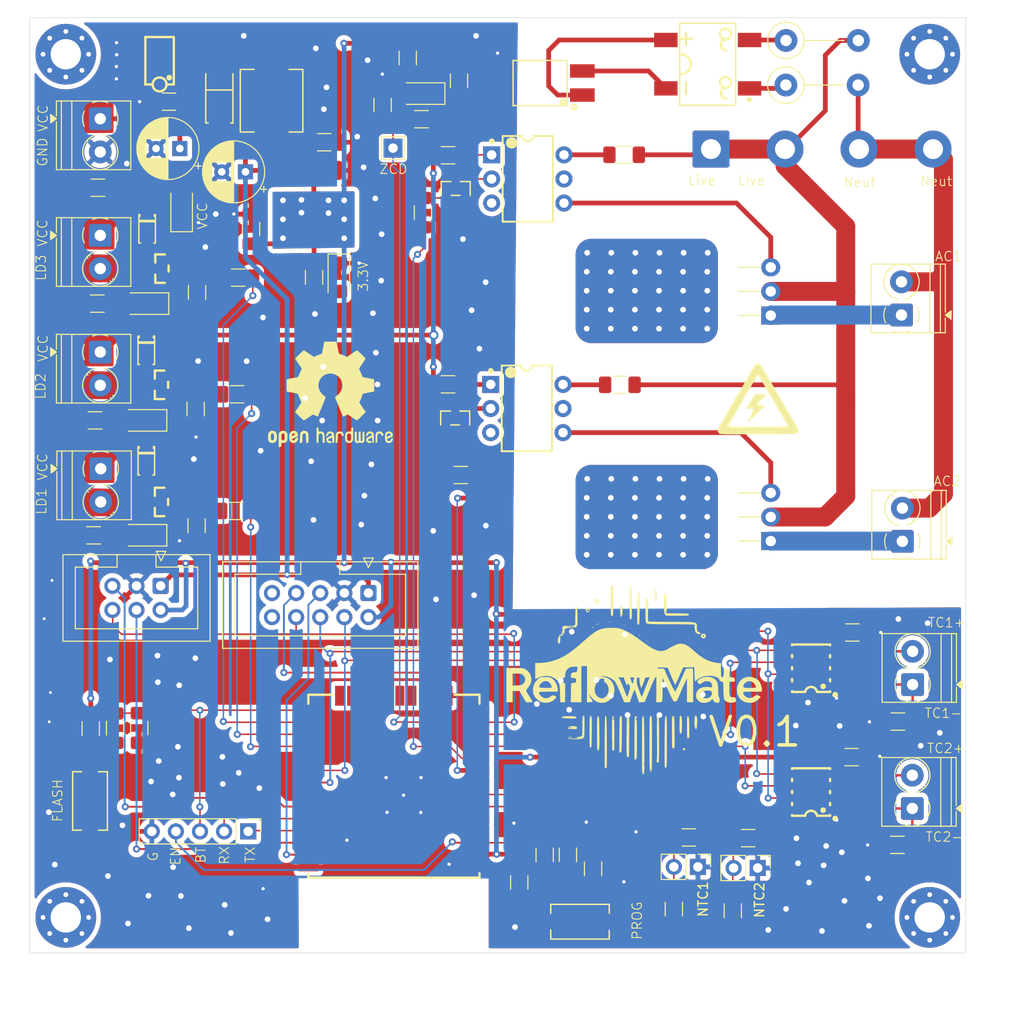
<source format=kicad_pcb>
(kicad_pcb (version 20241229) (generator "pcbnew") (generator_version "9.0")
  (layers (0 "F.Cu" signal) (2 "B.Cu" signal) (13 "F.Paste" user) (15 "B.Paste" user) (5 "F.SilkS" user "F.Silkscreen") (7 "B.SilkS" user "B.Silkscreen") (1 "F.Mask" user) (3 "B.Mask" user) (25 "Edge.Cuts" user))
  (net 0 "")
  (net 1 "LINE")
  (net 2 "Net-(Q3-G)")
  (net 3 "Net-(Q7-G)")
  (net 4 "Net-(T1-AN)")
  (net 8 "Net-(T2-AN)")
  (net 9 "+3.3V")
  (net 10 "+5V")
  (net 13 "Net-(Q1-B)")
  (net 14 "Net-(Q1-C)")
  (net 15 "Net-(Q2-B)")
  (net 16 "Net-(Q2-C)")
  (net 17 "Net-(Q5-G)")
  (net 18 "{slash}ZCD")
  (net 19 "Net-(Q6-G)")
  (net 20 "Net-(R1-Pad1)")
  (net 21 "Net-(R3-Pad1)")
  (net 23 "GND")
  (net 25 "NTC1")
  (net 26 "NTC2")
  (net 27 "SPI_MISO")
  (net 28 "SPI_CLK")
  (net 29 "NEUT")
  (net 30 "AcLoad1+")
  (net 31 "AcLoad2+")
  (net 32 "DC_Load2-")
  (net 33 "DC_Load1-")
  (net 34 "SPI_MOSI")
  (net 35 "DC_Load3-")
  (net 36 "AcLoad1Control")
  (net 37 "AcLoad2Control")
  (net 38 "+24V")
  (net 39 "DcControl1")
  (net 40 "SPI_CS2")
  (net 41 "DcControl2")
  (net 42 "DcControl3")
  (net 46 "SPI_CS1")
  (net 48 "/PROG_TX")
  (net 49 "/I2C_SCL")
  (net 51 "/PROG_RX")
  (net 52 "/SPI_RST")
  (net 53 "/I2C_SDA")
  (net 54 "/BOOT_MODE")
  (net 55 "/EN")
  (net 56 "/SPI_CS0")
  (net 59 "Net-(D1-K)")
  (net 64 "Termocouple1+")
  (net 65 "Termocouple1-")
  (net 66 "Termocouple2+")
  (net 67 "Termocouple2-")
  (net 69 "Net-(D2-A)")
  (net 70 "Net-(Q4-G)")
  (net 109 "Net-(D11-A)")
  (net 174 "Net-(D3-A)")
  (net 175 "Net-(D5-A)")
  (net 176 "Net-(D7-A)")
  (net 177 "Net-(D9-A)")
  (net 178 "Net-(D10-AC-Pad1)")
  (net 179 "Net-(D10--)")
  (net 180 "Net-(D10-+)")
  (net 181 "Net-(D10-AC-Pad2)")
  (net 182 "Net-(D11-K)")
  (net 183 "Net-(R12-Pad2)")
  (net 185 "Net-(R11-Pad2)")
  (footprint "EasyEDA:SMA_L4.3-W2.6-LS5.2-RD" (layer "F.Cu") (at 43.49944 29.18572 -90)
    (property "Reference" "D1" (hide yes))
    (property "Value" "SS34_C8678")
  )
  (footprint "TerminalBlock_Phoenix:TerminalBlock_Phoenix_PT-1,5-2-3.5-H_1x02_P3.50mm_Horizontal" (layer "F.Cu") (at 116.51694 104.04822 90)
    (property "Reference" "J8" (hide yes))
    (property "Value" "Screw_Terminal_01x02")
  )
  (footprint "Resistor_SMD:R_1206_3216Metric_Pad1.30x1.75mm_HandSolder" (layer "F.Cu") (at 53.47944 48.05572 -90)
    (property "Reference" "R6" (hide yes))
    (property "Value" "1k")
  )
  (footprint "LED_SMD:LED_1206_3216Metric_Pad1.42x1.75mm_HandSolder" (layer "F.Cu") (at 35.49944 75.24572 180)
    (property "Reference" "D5" (hide yes))
    (property "Value" "LED")
  )
  (footprint "EasyEDA:DBS_L8.4-W6.4-P5.10-LS10.2-BL" (layer "F.Cu") (at 94.95694 25.58572 90)
    (property "Reference" "D10" (hide yes))
    (property "Value" "DB107S_C525738")
  )
  (footprint "EasyEDA:IND-SMD_L7.1-W6.6_H5.0" (layer "F.Cu") (at 48.99944 29.43572 -90)
    (property "Reference" "L1" (hide yes))
    (property "Value" "SMMS0650-680M")
  )
  (footprint "Resistor_SMD:R_1206_3216Metric_Pad1.30x1.75mm_HandSolder" (layer "F.Cu") (at 30.63944 50.82572)
    (property "Reference" "R18" (hide yes))
    (property "Value" "10k")
  )
  (footprint "Resistor_SMD:R_1206_3216Metric_Pad1.30x1.75mm_HandSolder" (layer "F.Cu") (at 68.74944 27.33572 90)
    (property "Reference" "R26" (hide yes))
    (property "Value" "10k")
  )
  (footprint "TerminalBlock_Phoenix:TerminalBlock_Phoenix_PT-1,5-2-3.5-H_1x02_P3.50mm_Horizontal" (layer "F.Cu") (at 30.94944 43.63572 -90)
    (property "Reference" "J7" (hide yes))
    (property "Value" "Screw_Terminal_01x02")
  )
  (footprint "Resistor_SMD:R_1206_3216Metric_Pad1.30x1.75mm_HandSolder" (layer "F.Cu") (at 77.77694 108.95072 90)
    (property "Reference" "R2" (hide yes))
    (property "Value" "1k")
  )
  (footprint "Resistor_SMD:R_1206_3216Metric_Pad1.30x1.75mm_HandSolder" (layer "F.Cu") (at 41.09944 74.23572 -90)
    (property "Reference" "R14" (hide yes))
    (property "Value" "10k")
  )
  (footprint "LibMain:SOT-223-3_TabPin2_NOSILKSCREEN" (layer "F.Cu") (at 53.44944 39.93572 -90)
    (property "Reference" "U3" (hide yes))
    (property "Value" "AMS1117-3.3")
  )
  (footprint "EasyEDA:SO-8_L4.9-W3.9-P1.27-LS5.9-BL" (layer "F.Cu") (at 105.84944 102.31572 90)
    (property "Reference" "U4" (hide yes))
    (property "Value" "MAX31855KASA+T")
  )
  (footprint "EasyEDA:SOT-23-3_L2.9-W1.3-P0.95-LS2.4-BR" (layer "F.Cu") (at 68.39944 38.68572 -90)
    (property "Reference" "Q1" (hide yes))
    (property "Value" "S9013_C402281")
  )
  (footprint "TestPoint:TestPoint_THTPad_2.0x2.0mm_Drill1.0mm" (layer "F.Cu") (at 61.79944 34.43572)
    (property "Reference" "TP1" (hide yes))
    (property "Value" "ZCS_TP")
  )
  (footprint "LED_SMD:LED_1206_3216Metric_Pad1.42x1.75mm_HandSolder" (layer "F.Cu") (at 35.70944 50.82572 180)
    (property "Reference" "D7" (hide yes))
    (property "Value" "LED")
  )
  (footprint "TerminalBlock_Phoenix:TerminalBlock_Phoenix_PT-1,5-2-3.5-H_1x02_P3.50mm_Horizontal" (layer "F.Cu") (at 30.99944 68.23572 -90)
    (property "Reference" "J11" (hide yes))
    (property "Value" "Screw_Terminal_01x02")
  )
  (footprint "LOGO" (layer "F.Cu") (at 86.54944 90.58572)
    (property "Reference" "G***" (hide yes))
    (property "Value" "LOGO" (hide yes))
  )
  (footprint "Package_TO_SOT_THT:TO-220-3_Horizontal_TabDown" (layer "F.Cu") (at 101.59944 75.86072 90)
    (property "Reference" "Q3" (hide yes))
    (property "Value" "BT136-500")
  )
  (footprint "TerminalBlock_Phoenix:TerminalBlock_Phoenix_PT-1,5-2-3.5-H_1x02_P3.50mm_Horizontal" (layer "F.Cu") (at 116.54944 90.98572 90)
    (property "Reference" "J9" (hide yes))
    (property "Value" "Screw_Terminal_01x02")
  )
  (footprint "EasyEDA:SOIC-8_L5.0-W4.0-P1.27-LS6.0-BL" (layer "F.Cu") (at 37.19944 25.220725 90)
    (property "Reference" "U2" (hide yes))
    (property "Value" "XL1509-5.0E1")
  )
  (footprint "MountingHole:MountingHole_3.2mm_M3_Pad_Via" (layer "F.Cu") (at 118.34944 115.53572)
    (property "Reference" "H2" (hide yes))
    (property "Value" "MountingHole_Pad")
  )
  (footprint "Resistor_SMD:R_1206_3216Metric_Pad1.30x1.75mm_HandSolder" (layer "F.Cu") (at 86.14944 35.13572 180)
    (property "Reference" "R12" (hide yes))
    (property "Value" "360")
  )
  (footprint "Resistor_SMD:R_1206_3216Metric_Pad1.30x1.75mm_HandSolder" (layer "F.Cu") (at 97.59944 114.82572 90)
    (property "Reference" "R30" (hide yes))
    (property "Value" "4.7K")
  )
  (footprint "Resistor_SMD:R_1206_3216Metric_Pad1.30x1.75mm_HandSolder" (layer "F.Cu") (at 64.94944 41.23572 90)
    (property "Reference" "R7" (hide yes))
    (property "Value" "10k")
  )
  (footprint "Resistor_SMD:R_1206_3216Metric_Pad1.30x1.75mm_HandSolder" (layer "F.Cu") (at 114.99944 94.88572 180)
    (property "Reference" "R28" (hide yes))
    (property "Value" "0")
  )
  (footprint "Resistor_SMD:R_1206_3216Metric_Pad1.30x1.75mm_HandSolder" (layer "F.Cu") (at 41.14944 49.63572 -90)
    (property "Reference" "R17" (hide yes))
    (property "Value" "10k")
  )
  (footprint "Connector_PinHeader_2.54mm:PinHeader_1x02_P2.54mm_Vertical" (layer "F.Cu") (at 93.92944 110.20572 -90)
    (property "Reference" "J13" (hide yes))
    (property "Value" "NTC1")
  )
  (footprint "Capacitor_SMD:C_1206_3216Metric_Pad1.33x1.80mm_HandSolder" (layer "F.Cu") (at 110.18944 85.49572 180)
    (property "Reference" "C13" (hide yes))
    (property "Value" "100n")
  )
  (footprint "Package_TO_SOT_THT:TO-220-3_Horizontal_TabDown" (layer "F.Cu") (at 101.59944 52.08072 90)
    (property "Reference" "Q4" (hide yes))
    (property "Value" "BT136-500")
  )
  (footprint "LED_SMD:LED_1206_3216Metric_Pad1.42x1.75mm_HandSolder" (layer "F.Cu") (at 35.49944 63.13572 180)
    (property "Reference" "D9" (hide yes))
    (property "Value" "LED")
  )
  (footprint "Resistor_SMD:R_1206_3216Metric_Pad1.30x1.75mm_HandSolder" (layer "F.Cu") (at 91.38944 114.65572 90)
    (property "Reference" "R29" (hide yes))
    (property "Value" "4.7K")
  )
  (footprint "EasyEDA:SOP-4_L6.5-W4.6-P2.54-LS10.3-TL" (layer "F.Cu") (at 77.29944 27.57072 180)
    (property "Reference" "U5" (hide yes))
    (property "Value" "EL817S1C(F)")
  )
  (footprint "Resistor_SMD:R_1206_3216Metric_Pad1.30x1.75mm_HandSolder" (layer "F.Cu") (at 40.99944 61.93572 -90)
    (property "Reference" "R20" (hide yes))
    (property "Value" "10k")
  )
  (footprint "Resistor_SMD:R_1206_3216Metric_Pad1.30x1.75mm_HandSolder" (layer "F.Cu") (at 64.79944 31.38572)
    (property "Reference" "R27" (hide yes))
    (property "Value" "680")
  )
  (footprint "Capacitor_SMD:C_1206_3216Metric_Pad1.33x1.80mm_HandSolder" (layer "F.Cu") (at 46.83944 42.95572 90)
    (property "Reference" "C10" (hide yes))
    (property "Value" "10u")
  )
  (footprint "EasyEDA:SOT-23_L2.9-W1.3-P1.90-LS2.4-BR" (layer "F.Cu") (at 37.44944 47.13572)
    (property "Reference" "Q6" (hide yes))
    (property "Value" "AO3400_C2938367")
  )
  (footprint "Resistor_SMD:R_1206_3216Metric_Pad1.30x1.75mm_HandSolder" (layer "F.Cu") (at 32.50944 95.58322 90)
    (property "Reference" "R4" (hide yes))
    (property "Value" "1k")
  )
  (footprint "Resistor_SMD:R_1206_3216Metric_Pad1.30x1.75mm_HandSolder" (layer "F.Cu") (at 45.24944 72.68572)
    (property "Reference" "R13" (hide yes))
    (property "Value" "680")
  )
  (footprint "Resistor_SMD:R_1206_3216Metric_Pad1.30x1.75mm_HandSolder" (layer "F.Cu") (at 45.34944 60.38572)
    (property "Reference" "R19" (hide yes))
    (property "Value" "680")
  )
  (footprint "TerminalBlock_Phoenix:TerminalBlock_Phoenix_PT-1,5-2-3.5-H_1x02_P3.50mm_Horizontal" (layer "F.Cu") (at 115.46694 75.88572 90)
    (property "Reference" "J6" (hide yes))
    (property "Value" "Screw_Terminal_01x02")
  )
  (footprint "EasyEDA:SOD-123_L2.8-W1.8-LS3.7-RD" (layer "F.Cu") (at 35.79944 67.48572 -90)
    (property "Reference" "D4" (hide yes))
    (property "Value" "SD103AW_C181204")
  )
  (footprint "Connector_PinHeader_2.54mm:PinHeader_1x02_P2.54mm_Vertical" (layer "F.Cu") (at 100.22444 110.32572 -90)
    (property "Reference" "J14" (hide yes))
    (property "Value" "NTC2")
  )
  (footprint "MountingHole:MountingHole_3.2mm_M3_Pad_Via" (layer "F.Cu") (at 27.31944 24.53572)
    (property "Reference" "H3" (hide yes))
    (property "Value" "MountingHole_Pad")
  )
  (footprint "Resistor_SMD:R_1206_3216Metric_Pad1.30x1.75mm_HandSolder" (layer "F.Cu") (at 30.69944 38.61072)
    (property "Reference" "R5" (hide yes))
    (property "Value" "1k")
  )
  (footprint "Resistor_THT:R_Axial_DIN0411_L9.9mm_D3.6mm_P7.62mm_Vertical" (layer "F.Cu") (at 103.20694 23.08572)
    (property "Reference" "R22" (hide yes))
    (property "Value" "33k (1W)")
  )
  (footprint "Resistor_SMD:R_1206_3216Metric_Pad1.30x1.75mm_HandSolder" (layer "F.Cu") (at 45.49944 48.08572)
    (property "Reference" "R15" (hide yes))
    (property "Value" "680")
  )
  (footprint "Capacitor_SMD:C_1206_3216Metric_Pad1.33x1.80mm_HandSolder" (layer "F.Cu") (at 80.22694 108.93072 -90)
    (property "Reference" "C3" (hide yes))
    (property "Value" "1u-50V")
  )
  (footprint "EasyEDA:SO-8_L4.9-W3.9-P1.27-LS5.9-BL" (layer "F.Cu") (at 105.84944 89.26572 90)
    (property "Reference" "U6" (hide yes))
    (property "Value" "MAX31855KASA+T")
  )
  (footprint "TerminalBlock_Phoenix:TerminalBlock_Phoenix_PT-1,5-2-3.5-H_1x02_P3.50mm_Horizontal" (layer "F.Cu") (at 30.94944 31.33572 -90)
    (property "Reference" "J4" (hide yes))
    (property "Value" "Screw_Terminal_01x02")
  )
  (footprint "TerminalBlock_Phoenix:TerminalBlock_Phoenix_PT-1,5-2-3.5-H_1x02_P3.50mm_Horizontal" (layer "F.Cu") (at 115.37444 52.03072 90)
    (property "Reference" "J10" (hide yes))
    (property "Value" "Screw_Terminal_01x02")
  )
  (footprint "Resistor_SMD:R_1206_3216Metric_Pad1.30x1.75mm_HandSolder" (layer "F.Cu") (at 114.94944 107.88572 180)
    (property "Reference" "R24" (hide yes))
    (property "Value" "0")
  )
  (footprint "EasyEDA:SOT-23_L2.9-W1.3-P1.90-LS2.4-BR" (layer "F.Cu") (at 37.39944 59.38572)
    (property "Reference" "Q7" (hide yes))
    (property "Value" "AO3400_C2938367")
  )
  (footprint "LibMain:TO-220 HeatPad" (layer "F.Cu") (at 88.531859 73.32572 90)
    (property "Reference" "HS1" (hide yes))
    (property "Value" "Heatsink_Pad")
  )
  (footprint "EasyEDA:DIP-6_L8.5-W6.4-P2.54-LS7.6-BL" (layer "F.Cu") (at 75.89944 61.88572 -90)
    (property "Reference" "T1" (hide yes))
    (property "Value" "MOC3020M")
  )
  (footprint "Capacitor_SMD:C_1206_3216Metric_Pad1.33x1.80mm_HandSolder" (layer "F.Cu") (at 75.09944 111.84572 -90)
    (property "Reference" "C1" (hide yes))
    (property "Value" "1u-50V")
  )
  (footprint "Resistor_SMD:R_1206_3216Metric_Pad1.30x1.75mm_HandSolder" (layer "F.Cu") (at 67.59944 35.18572 180)
    (property "Reference" "R9" (hide yes))
    (property "Value" "1k")
  )
  (footprint "TerminalBlock_Phoenix:TerminalBlock_Phoenix_PT-1,5-2-3.5-H_1x02_P3.50mm_Horizontal" (layer "F.Cu") (at 30.94944 55.93572 -90)
    (property "Reference" "J12" (hide yes))
    (property "Value" "Screw_Terminal_01x02")
  )
  (footprint "Capacitor_SMD:C_1206_3216Metric_Pad1.33x1.80mm_HandSolder" (layer "F.Cu") (at 38.19944 29.53572 180)
    (property "Reference" "C7" (hide yes))
    (property "Value" "1u-50V")
  )
  (footprint "Connector_PinHeader_2.54mm:PinHeader_1x05_P2.54mm_Vertical" (layer "F.Cu") (at 46.53944 106.46572 -90)
    (property "Reference" "J1" (hide yes))
    (property "Value" "Conn_01x05_Pin")
  )
  (footprint "EasyEDA:SW-SMD_L6.0-W3.5-LS8.0" (layer "F.Cu") (at 81.49944 115.98572 180)
    (property "Reference" "SW1" (hide yes))
    (property "Value" "TSB008A2526A")
  )
  (footprint "MountingHole:MountingHole_3.2mm_M3_Pad_Via" (layer "F.Cu") (at 118.34944 24.53572)
    (property "Reference" "H1" (hide yes))
    (property "Value" "MountingHole_Pad")
  )
  (footprint "Capacitor_THT:CP_Radial_D6.3mm_P2.50mm" (layer "F.Cu") (at 46.24944 36.93572 180)
    (property "Reference" "C8" (hide yes))
    (property "Value" "180uF-10V")
  )
  (footprint "LED_SMD:LED_1206_3216Metric_Pad1.42x1.75mm_HandSolder" (layer "F.Cu") (at 39.52444 40.78572 90)
    (property "Reference" "D2" (hide yes))
    (property "Value" "LED RED")
  )
  (footprint "Capacitor_SMD:C_1206_3216Metric_Pad1.33x1.80mm_HandSolder" (layer "F.Cu") (at 110.11944 98.63572 180)
    (property "Reference" "C11" (hide yes))
    (property "Value" "100n")
  )
  (footprint "EasyEDA:SW-SMD_L6.0-W3.5-LS8.0" (layer "F.Cu") (at 29.86944 103.25572 90)
    (property "Reference" "SW2" (hide yes))
    (property "Value" "TSB008A2526A")
  )
  (footprint "Resistor_THT:R_Axial_DIN0411_L9.9mm_D3.6mm_P7.62mm_Vertical" (layer "F.Cu") (at 103.18944 27.78572)
    (property "Reference" "R23" (hide yes))
    (property "Value" "33k (1W)")
  )
  (footprint "Connector_IDC:IDC-Header_2x05_P2.54mm_Vertical" (layer "F.Cu") (at 59.20944 81.33572 -90)
    (property "Reference" "J3" (hide yes))
    (property "Value" "Conn_02x05_Counter_Clockwise")
  )
  (footprint "Capacitor_SMD:C_1206_3216Metric_Pad1.33x1.80mm_HandSolder" (layer "F.Cu") (at 92.96444 107.10572)
    (property "Reference" "C2" (hide yes))
    (property "Value" "100n")
  )
  (footprint "Resistor_SMD:R_1206_3216Metric_Pad1.30x1.75mm_HandSolder" (layer "F.Cu") (at 63.34944 24.93572 -90)
    (property "Reference" "R25" (hide yes))
    (property "Value" "10k")
  )
  (footprint "EasyEDA:SOD-123_L2.8-W1.8-LS3.7-RD" (layer "F.Cu") (at 35.79944 55.83572 -90)
    (property "Reference" "D8" (hide yes))
    (property "Value" "SD103AW_C181204")
  )
  (footprint "EasyEDA:SOD-123_L2.8-W1.8-LS3.7-RD" (layer "F.Cu") (at 35.88944 43.02572 -90)
    (property "Reference" "D6" (hide yes))
    (property "Value" "SD103AW_C181204")
  )
  (footprint "Capacitor_SMD:C_1206_3216Metric_Pad1.33x1.80mm_HandSolder" (layer "F.Cu") (at 54.53944 33.81572)
    (property "Reference" "C9" (hide yes))
    (property "Value" "10u")
  )
  (footprint "MountingHole:MountingHole_3.2mm_M3_Pad_Via" (layer "F.Cu") (at 27.31944 115.53572)
    (property "Reference" "H4" (hide yes))
    (property "Value" "MountingHole_Pad")
  )
  (footprint "Capacitor_SMD:C_1206_3216Metric_Pad1.33x1.80mm_HandSolder" (layer "F.Cu") (at 60.69944 29.88572 90)
    (property "Reference" "C12" (hide yes))
    (property "Value" "100n")
  )
  (footprint "Capacitor_SMD:C_1206_3216Metric_Pad1.33x1.80mm_HandSolder" (layer "F.Cu") (at 35.05944 95.56322 -90)
    (property "Reference" "C5" (hide yes))
    (property "Value" "1u-50V")
  )
  (footprint "LED_SMD:LED_1206_3216Metric_Pad1.42x1.75mm_HandSolder" (layer "F.Cu") (at 64.79944 28.68572 180)
    (property "Reference" "D11" (hide yes))
    (property "Value" "LED")
  )
  (footprint "Connector_IDC:IDC-Header_2x03_P2.54mm_Vertical" (layer "F.Cu") (at 37.30944 80.58572 -90)
    (property "Reference" "J2" (hide yes))
    (property "Value" "Conn_02x03_Counter_Clockwise")
  )
  (footprint "LibMain:TO-220 HeatPad" (layer "F.Cu") (at 88.531859 49.49072 90)
    (property "Reference" "HS2" (hide yes))
    (property "Value" "Heatsink_Pad")
  )
  (footprint "EasyEDA:SOT-23-3_L2.9-W1.3-P0.95-LS2.4-BR" (layer "F.Cu") (at 68.34944 62.88572 -90)
    (property "Reference" "Q2" (hide yes))
    (property "Value" "S9013_C402281")
  )
  (footprint "EasyEDA:DIP-6_L8.5-W6.4-P2.54-LS7.6-BL" (layer "F.Cu") (at 75.99944 37.68572 -90)
    (property "Reference" "T2" (hide yes))
    (property "Value" "MOC3020M")
  )
  (footprint "LED_SMD:LED_1206_3216Metric_Pad1.42x1.75mm_HandSolder" (layer "F.Cu") (at 56.08944 48.05572 -90)
    (property "Reference" "D3" (hide yes))
    (property "Value" "LED RED")
  )
  (footprint "Resistor_SMD:R_1206_3216Metric_Pad1.30x1.75mm_HandSolder" (layer "F.Cu") (at 68.94944 68.89572 180)
    (property "Reference" "R8" (hide yes))
    (property "Value" "10k")
  )
  (footprint "LOGO" (layer "F.Cu") (at 100.256017 60.86024)
    (property "Reference" "G***" (hide yes))
    (property "Value" "LOGO" (hide yes))
  )
  (footprint "EasyEDA:WIFIM-SMD_39P-L25.5-W18.0-P1.27-BL" (layer "F.Cu") (at 61.887097 101.18072 90)
    (property "Reference" "U1" (hide yes))
    (property "Value" "ESP32-WROOM-32D")
  )
  (footprint "Symbol:OSHW-Logo2_14.6x12mm_SilkScreen" (layer "F.Cu") (at 55.19944 60.38572)
    (property "Reference" "H6" (hide yes))
    (property "Value" "Logo_Open_Hardware_Large" (hide yes))
  )
  (footprint "Capacitor_THT:CP_Radial_D6.3mm_P2.50mm" (layer "F.Cu") (at 39.32944 34.47572 180)
    (property "Reference" "C6" (hide yes))
    (property "Value" "100uF-35V")
  )
  (footprint "Resistor_SMD:R_1206_3216Metric_Pad1.30x1.75mm_HandSolder" (layer "F.Cu") (at 85.69944 59.38572 180)
    (property "Reference" "R11" (hide yes))
    (property "Value" "360")
  )
  (footprint "Resistor_SMD:R_1206_3216Metric_Pad1.30x1.75mm_HandSolder" (layer "F.Cu") (at 67.59944 59.33572 180)
    (property "Reference" "R10" (hide yes))
    (property "Value" "1k")
  )
  (footprint "Resistor_SMD:R_1206_3216Metric_Pad1.30x1.75mm_HandSolder" (layer "F.Cu") (at 29.94444 95.61572 90)
    (property "Reference" "R3" (hide yes))
    (property "Value" "10k")
  )
  (footprint "Resistor_SMD:R_1206_3216Metric_Pad1.30x1.75mm_HandSolder" (layer "F.Cu") (at 82.87694 110.41822 90)
    (property "Reference" "R1" (hide yes))
    (property "Value" "10k")
  )
  (footprint "Resistor_SMD:R_1206_3216Metric_Pad1.30x1.75mm_HandSolder" (layer "F.Cu") (at 30.24944 75.25572)
    (property "Reference" "R16" (hide yes))
    (property "Value" "10k")
  )
  (footprint "Resistor_SMD:R_1206_3216Metric_Pad1.30x1.75mm_HandSolder" (layer "F.Cu") (at 30.39944 63.13572)
    (property "Reference" "R21" (hide yes))
    (property "Value" "10k")
  )
  (footprint "Capacitor_SMD:C_1206_3216Metric_Pad1.33x1.80mm_HandSolder" (layer "F.Cu") (at 99.21194 107.17572)
    (property "Reference" "C4" (hide yes))
    (property "Value" "100n")
  )
  (footprint "EasyEDA:SOT-23_L2.9-W1.3-P1.90-LS2.4-BR" (layer "F.Cu") (at 37.39944 71.73572)
    (property "Reference" "Q5" (hide yes))
    (property "Value" "AO3400_C2938367")
  )
  (footprint "Connector_Wire:SolderWire-1.5sqmm_1x04_P7.8mm_D1.7mm_OD3.9mm" (layer "B.Cu") (at 95.29944 34.53572)
    (property "Reference" "J5" (hide yes))
    (property "Value" "Conn_01x04_Socket")
  )
  (gr_rect (start 23.51944 20.68572) (end 122.14944 119.28572) (stroke (width 0.05)) (fill no) (layer "Edge.Cuts"))
  (gr_text "VCC" (at 25.44944 44.88572 90) (layer "F.SilkS") (effects (font (size 1 1) (thickness 0.1)) (justify left bottom)))
  (gr_text "TC1+\n" (at 118.09944 85.03572 0) (layer "F.SilkS") (effects (font (size 1 1) (thickness 0.1)) (justify left bottom)))
  (gr_text "V0.1" (at 94.79944 97.73572 0) (layer "F.SilkS") (effects (font (size 3 3) (thickness 0.375)) (justify left bottom)))
  (gr_text "TX" (at 47.33944 109.84572 90) (layer "F.SilkS") (effects (font (size 1 1) (thickness 0.1)) (justify left bottom)))
  (gr_text "VCC" (at 25.44944 69.53572 90) (layer "F.SilkS") (effects (font (size 1 1) (thickness 0.1)) (justify left bottom)))
  (gr_text "Live" (at 92.81944 38.41572 0) (layer "F.SilkS") (effects (font (size 1 1) (thickness 0.1)) (justify left bottom)))
  (gr_text "RX" (at 44.61944 110.02572 90) (layer "F.SilkS") (effects (font (size 1 1) (thickness 0.1)) (justify left bottom)))
  (gr_text "LD1" (at 25.34944 73.13572 90) (layer "F.SilkS") (effects (font (size 1 1) (thickness 0.1)) (justify left bottom)))
  (gr_text "AC2" (at 118.69944 70.13572 0) (layer "F.SilkS") (effects (font (size 1 1) (thickness 0.1)) (justify left bottom)))
  (gr_text "EN" (at 39.46944 110.11572 90) (layer "F.SilkS") (effects (font (size 1 1) (thickness 0.1)) (justify left bottom)))
  (gr_text "NTC1" (at 95.04944 115.58572 90) (layer "F.SilkS") (effects (font (size 1 1)) (justify left bottom)))
  (gr_text "AC1" (at 118.84944 46.43572 0) (layer "F.SilkS") (effects (font (size 1 1) (thickness 0.1)) (justify left bottom)))
  (gr_text "ZCD" (at 60.29944 37.23572 0) (layer "F.SilkS") (effects (font (size 1 1) (thickness 0.1)) (justify left bottom)))
  (gr_text "Neut" (at 109.21944 38.61572 0) (layer "F.SilkS") (effects (font (size 1 1) (thickness 0.1)) (justify left bottom)))
  (gr_text "TC2+\n" (at 117.99944 98.28572 0) (layer "F.SilkS") (effects (font (size 1 1) (thickness 0.1)) (justify left bottom)))
  (gr_text "VCC" (at 25.49944 57.03572 90) (layer "F.SilkS") (effects (font (size 1 1) (thickness 0.1)) (justify left bottom)))
  (gr_text "TC2-" (at 117.84944 107.63572 0) (layer "F.SilkS") (effects (font (size 1 1) (thickness 0.1)) (justify left bottom)))
  (gr_text "GND" (at 25.44944 36.43572 90) (layer "F.SilkS") (effects (font (size 1 1) (thickness 0.1)) (justify left bottom)))
  (gr_text "PROG" (at 88.09944 117.96572 90) (layer "F.SilkS") (effects (font (size 1 1) (thickness 0.1)) (justify left bottom)))
  (gr_text "Live" (at 98.02944 38.42572 0) (layer "F.SilkS") (effects (font (size 1 1) (thickness 0.1)) (justify left bottom)))
  (gr_text "VCC" (at 42.29944 43.08572 90) (layer "F.SilkS") (effects (font (size 1 1) (thickness 0.1)) (justify left bottom)))
  (gr_text "LD3" (at 25.29944 48.48572 90) (layer "F.SilkS") (effects (font (size 1 1) (thickness 0.1)) (justify left bottom)))
  (gr_text "LD2" (at 25.24944 60.98572 90) (layer "F.SilkS") (effects (font (size 1 1) (thickness 0.1)) (justify left bottom)))
  (gr_text "Neut" (at 117.26944 38.51572 0) (layer "F.SilkS") (effects (font (size 1 1) (thickness 0.1)) (justify left bottom)))
  (gr_text "BT" (at 42.12944 109.89572 90) (layer "F.SilkS") (effects (font (size 1 1) (thickness 0.1)) (justify left bottom)))
  (gr_text "3.3V\n" (at 59.24944 49.63572 90) (layer "F.SilkS") (effects (font (size 1 1) (thickness 0.1)) (justify left bottom)))
  (gr_text "G" (at 37.08944 109.68572 90) (layer "F.SilkS") (effects (font (size 1 1) (thickness 0.1)) (justify left bottom)))
  (gr_text "FLASH" (at 27.03944 105.54572 90) (layer "F.SilkS") (effects (font (size 1 1) (thickness 0.1)) (justify left bottom)))
  (gr_text "VCC" (at 25.49944 32.78572 90) (layer "F.SilkS") (effects (font (size 1 1) (thickness 0.1)) (justify left bottom)))
  (gr_text "NTC2" (at 100.99944 115.68572 90) (layer "F.SilkS") (effects (font (size 1 1)) (justify left bottom)))
  (gr_text "TC1-" (at 117.74944 94.58572 0) (layer "F.SilkS") (effects (font (size 1 1) (thickness 0.1)) (justify left bottom)))
  (segment (start 95.29944 34.53572) (end 103.09944 34.53572) (width 2) (layer "F.Cu") (net 1))
  (segment (start 94.39944 34.53572) (end 93.79944 35.13572) (width 0.5) (layer "F.Cu") (net 1))
  (segment (start 108.89944 23.08572) (end 110.82694 23.08572) (width 0.5) (layer "F.Cu") (net 1))
  (segment (start 109.49944 60.98572) (end 109.49944 42.68572) (width 2) (layer "F.Cu") (net 1))
  (segment (start 101.59944 49.54072) (end 109.49444 49.54072) (width 2) (layer "F.Cu") (net 1))
  (segment (start 95.29944 34.53572) (end 94.34944 33.58572) (width 0.25) (layer "F.Cu") (net 1))
  (segment (start 109.49944 71.13572) (end 109.49944 60.98572) (width 2) (layer "F.Cu") (net 1))
  (segment (start 107.31444 73.32072) (end 109.49944 71.13572) (width 2) (layer "F.Cu") (net 1))
  (segment (start 103.09944 34.53572) (end 103.29944 34.53572) (width 0.5) (layer "F.Cu") (net 1))
  (segment (start 93.79944 35.13572) (end 87.69944 35.13572) (width 0.5) (layer "F.Cu") (net 1))
  (segment (start 103.29944 34.53572) (end 107.34944 30.48572) (width 0.5) (layer "F.Cu") (net 1))
  (segment (start 95.29944 34.53572) (end 94.39944 34.53572) (width 0.5) (layer "F.Cu") (net 1))
  (segment (start 109.49944 59.38572) (end 109.49944 60.98572) (width 0.5) (layer "F.Cu") (net 1))
  (segment (start 107.34944 24.63572) (end 108.89944 23.08572) (width 0.5) (layer "F.Cu") (net 1))
  (segment (start 109.49444 49.54072) (end 109.49944 49.53572) (width 2) (layer "F.Cu") (net 1))
  (segment (start 109.49944 42.68572) (end 103.11694 36.30322) (width 2) (layer "F.Cu") (net 1))
  (segment (start 107.34944 30.48572) (end 107.34944 24.63572) (width 0.5) (layer "F.Cu") (net 1))
  (segment (start 87.34944 59.38572) (end 109.49944 59.38572) (width 0.5) (layer "F.Cu") (net 1))
  (segment (start 101.59944 73.32072) (end 107.31444 73.32072) (width 2) (layer "F.Cu") (net 1))
  (segment (start 103.11694 36.30322) (end 103.11694 33.58572) (width 2) (layer "F.Cu") (net 1))
  (segment (start 101.59944 67.58572) (end 101.59944 70.78072) (width 0.5) (layer "F.Cu") (net 2))
  (segment (start 98.43944 64.42572) (end 101.59944 67.58572) (width 0.5) (layer "F.Cu") (net 2))
  (segment (start 79.70944 64.42572) (end 98.43944 64.42572) (width 0.5) (layer "F.Cu") (net 2))
  (segment (start 43.49944 60.38572) (end 40.99944 60.38572) (width 0.2) (layer "F.Cu") (net 3))
  (segment (start 38.59944 60.38572) (end 38.54944 60.33572) (width 0.2) (layer "F.Cu") (net 3))
  (segment (start 40.74944 60.38572) (end 38.59944 60.38572) (width 0.2) (layer "F.Cu") (net 3))
  (segment (start 43.59944 60.33572) (end 43.54944 60.33572) (width 0.2) (layer "F.Cu") (net 3))
  (segment (start 43.54944 60.33572) (end 43.49944 60.38572) (width 0.2) (layer "F.Cu") (net 3))
  (segment (start 72.08944 59.34572) (end 69.15944 59.34572) (width 0.5) (layer "F.Cu") (net 4))
  (segment (start 69.15944 59.34572) (end 69.14944 59.33572) (width 0.5) (layer "F.Cu") (net 4))
  (segment (start 72.07944 59.33572) (end 72.08944 59.34572) (width 0.25) (layer "F.Cu") (net 4))
  (segment (start 72.18944 35.14572) (end 69.18944 35.14572) (width 0.16) (layer "F.Cu") (net 8))
  (segment (start 72.17944 35.13572) (end 72.18944 35.14572) (width 0.16) (layer "F.Cu") (net 8))
  (segment (start 69.18944 35.14572) (end 69.14944 35.18572) (width 0.16) (layer "F.Cu") (net 8))
  (segment (start 72.66944 83.53572) (end 72.80944 83.53572) (width 0.5) (layer "F.Cu") (net 9))
  (segment (start 72.85944 83.58572) (end 106.86194 83.58572) (width 0.5) (layer "F.Cu") (net 9))
  (segment (start 90.07944 116.20572) (end 91.38944 116.20572) (width 0.5) (layer "F.Cu") (net 9))
  (segment (start 89.24944 115.37572) (end 90.07944 116.20572) (width 0.5) (layer "F.Cu") (net 9))
  (segment (start 30.09044 78.13672) (end 72.67844 78.13672) (width 0.5) (layer "F.Cu") (net 9))
  (segment (start 29.92944 77.97572) (end 30.09044 78.13672) (width 0.5) (layer "F.Cu") (net 9))
  (segment (start 106.86194 83.58572) (end 108.66194 85.38572) (width 0.5) (layer "F.Cu") (net 9))
  (segment (start 72.67844 78.13672) (end 72.68944 78.12572) (width 0.5) (layer "F.Cu") (net 9))
  (segment (start 75.09944 108.89822) (end 75.06944 108.86822) (width 0.5) (layer "F.Cu") (net 9))
  (segment (start 72.80944 83.53572) (end 72.85944 83.58572) (width 0.5) (layer "F.Cu") (net 9))
  (segment (start 75.09944 110.28322) (end 75.09944 108.89822) (width 0.5) (layer "F.Cu") (net 9))
  (segment (start 56.62444 23.38572) (end 63.34944 23.38572) (width 0.5) (layer "F.Cu") (net 9))
  (segment (start 53.47944 46.50572) (end 53.47944 43.11572) (width 0.5) (layer "F.Cu") (net 9))
  (segment (start 108.66194 85.38572) (end 108.66194 87.25322) (width 0.25) (layer "F.Cu") (net 9))
  (segment (start 75.06944 108.86822) (end 70.949597 108.86822) (width 0.5) (layer "F.Cu") (net 9))
  (segment (start 108.55694 98.63572) (end 76.25944 98.63572) (width 0.5) (layer "F.Cu") (net 9))
  (segment (start 53.47944 43.11572) (end 53.44944 43.08572) (width 0.5) (layer "F.Cu") (net 9))
  (segment (start 46.83944 44.51822) (end 49.61694 44.51822) (width 0.5) (layer "F.Cu") (net 9))
  (segment (start 29.94444 94.06572) (end 29.94444 92.44072) (width 0.5) (layer "F.Cu") (net 9))
  (segment (start 49.61694 44.51822) (end 50.19944 43.93572) (width 0.5) (layer "F.Cu") (net 9))
  (segment (start 29.94444 92.44072) (end 29.94944 92.43572) (width 0.5) (layer "F.Cu") (net 9))
  (segment (start 91.38944 116.20572) (end 97.42944 116.20572) (width 0.5) (layer "F.Cu") (net 9))
  (segment (start 82.87694 108.86822) (end 87.95194 108.86822) (width 0.5) (layer "F.Cu") (net 9))
  (segment (start 82.87694 108.86822) (end 75.06944 108.86822) (width 0.5) (layer "F.Cu") (net 9))
  (segment (start 70.949597 108.86822) (end 70.887097 108.93072) (width 0.5) (layer "F.Cu") (net 9))
  (segment (start 97.42944 116.20572) (end 97.59944 116.37572) (width 0.5) (layer "F.Cu") (net 9))
  (segment (start 108.66194 87.25322) (end 108.54944 87.36572) (width 0.25) (layer "F.Cu") (net 9))
  (segment (start 87.95194 108.86822) (end 89.24944 110.16572) (width 0.5) (layer "F.Cu") (net 9))
  (segment (start 89.24944 110.16572) (end 89.24944 115.37572) (width 0.5) (layer "F.Cu") (net 9))
  (segment (start 63.44944 23.38572) (end 66.34944 23.38572) (width 0.5) (layer "F.Cu") (net 9))
  (segment (start 108.54944 98.13572) (end 108.54944 100.41572) (width 0.25) (layer "F.Cu") (net 9))
  (segment (start 66.34944 23.38572) (end 68.74944 25.78572) (width 0.5) (layer "F.Cu") (net 9))
  (segment (start 91.53944 116.35572) (end 91.38944 116.20572) (width 0.5) (layer "F.Cu") (net 9))
  (segment (start 76.25944 98.63572) (end 76.24944 98.64572) (width 0.5) (layer "F.Cu") (net 9))
  (segment (start 53.44944 36.78572) (end 53.44944 43.08572) (width 0.5) (layer "F.Cu") (net 9))
  (segment (start 82.92694 109.26822) (end 82.57194 108.91322) (width 0.5) (layer "F.Cu") (net 9))
  (via (at 56.64944 39.93572) (size 1) (drill 0.6) (layers "F.Cu" "B.Cu") (net 9))
  (via (at 50.19944 39.93572) (size 1) (drill 0.6) (layers "F.Cu" "B.Cu") (net 9))
  (via (at 54.99944 39.93572) (size 1) (drill 0.6) (layers "F.Cu" "B.Cu") (net 9))
  (via (at 54.99944 41.28572) (size 1) (drill 0.6) (layers "F.Cu" "B.Cu") (net 9))
  (via (at 61.57944 78.08572) (size 0.75) (drill 0.35) (layers "F.Cu" "B.Cu") (net 9))
  (via (at 29.92944 77.97572) (size 0.75) (drill 0.35) (layers "F.Cu" "B.Cu") (net 9))
  (via (at 29.94944 92.43572) (size 0.75) (drill 0.35) (layers "F.Cu" "B.Cu") (net 9))
  (via (at 52.14944 39.88572) (size 1) (drill 0.6) (layers "F.Cu" "B.Cu") (net 9))
  (via (at 56.65944 78.12572) (size 0.75) (drill 0.35) (layers "F.Cu" "B.Cu") (net 9))
  (via (at 56.64944 43.93572) (size 1) (drill 0.6) (layers "F.Cu" "B.Cu") (net 9))
  (via (at 72.68944 78.12572) (size 0.75) (drill 0.35) (layers "F.Cu" "B.Cu") (net 9))
  (via (at 72.70944 108.86822) (size 0.75) (drill 0.35) (layers "F.Cu" "B.Cu") (net 9))
  (via (at 72.66944 83.53572) (size 0.75) (drill 0.35) (layers "F.Cu" "B.Cu") (net 9))
  (via (at 56.64944 41.93572) (size 1) (drill 0.6) (layers "F.Cu" "B.Cu") (net 9))
  (via (at 39.94944 78.19572) (size 0.75) (drill 0.35) (layers "F.Cu" "B.Cu") (net 9))
  (via (at 50.19944 43.93572) (size 1) (drill 0.6) (layers "F.Cu" "B.Cu") (net 9))
  (via (at 76.24944 98.64572) (size 0.75) (drill 0.35) (layers "F.Cu" "B.Cu") (net 9))
  (via (at 50.19944 41.93572) (size 1) (drill 0.6) (layers "F.Cu" "B.Cu") (net 9))
  (via (at 52.14944 41.23572) (size 1) (drill 0.6) (layers "F.Cu" "B.Cu") (net 9))
  (via (at 56.62444 23.38572) (size 0.75) (drill 0.35) (layers "F.Cu" "B.Cu") (net 9))
  (segment (start 39.57944 83.12572) (end 39.99944 82.70572) (width 0.5) (layer "B.Cu") (net 9))
  (segment (start 72.68944 108.84822) (end 72.68944 98.70572) (width 0.5) (layer "B.Cu") (net 9))
  (segment (start 56.64944 43.93572) (end 56.64944 78.11572) (width 0.5) (layer "B.Cu") (net 9))
  (segment (start 56.64944 78.11572) (end 56.65944 78.12572) (width 0.5) (layer "B.Cu") (net 9))
  (segment (start 29.94944 92.43572) (end 29.94944 77.99572) (width 0.5) (layer "B.Cu") (net 9))
  (segment (start 61.56944 78.44572) (end 61.56944 82.62572) (width 0.5) (layer "B.Cu") (net 9))
  (segment (start 29.94944 77.99572) (end 29.92944 77.97572) (width 0.5) (layer "B.Cu") (net 9))
  (segment (start 37.30944 83.12572) (end 39.57944 83.12572) (width 0.5) (layer "B.Cu") (net 9))
  (segment (start 61.56944 82.62572) (end 60.31944 83.87572) (width 0.5) (layer "B.Cu") (net 9))
  (segment (start 76.24944 98.64572) (end 72.74944 98.64572) (width 0.5) (layer "B.Cu") (net 9))
  (segment (start 56.64944 23.41072) (end 56.62444 23.38572) (width 0.5) (layer "B.Cu") (net 9))
  (segment (start 61.57944 78.08572) (end 61.57944 78.43572) (width 0.5) (layer "B.Cu") (net 9))
  (segment (start 72.74944 98.64572) (end 72.68944 98.70572) (width 0.5) (layer "B.Cu") (net 9))
  (segment (start 56.64944 39.93572) (end 56.64944 23.41072) (width 0.5) (layer "B.Cu") (net 9))
  (segment (start 60.31944 83.87572) (end 59.20944 83.87572) (width 0.5) (layer "B.Cu") (net 9))
  (segment (start 72.68944 98.70572) (end 72.68944 94.43572) (width 0.5) (layer "B.Cu") (net 9))
  (segment (start 39.99944 78.24572) (end 39.94944 78.19572) (width 0.5) (layer "B.Cu") (net 9))
  (segment (start 39.99944 82.70572) (end 39.99944 78.24572) (width 0.5) (layer "B.Cu") (net 9))
  (segment (start 72.70944 108.86822) (end 72.68944 108.84822) (width 0.5) (layer "B.Cu") (net 9))
  (segment (start 61.57944 78.43572) (end 61.56944 78.44572) (width 0.5) (layer "B.Cu") (net 9))
  (segment (start 72.68944 94.43572) (end 72.68944 78.12572) (width 0.5) (layer "B.Cu") (net 9))
  (segment (start 52.39944 25.38572) (end 52.39944 31.33572) (width 0.25) (layer "F.Cu") (net 10))
  (segment (start 50.46944 33.81572) (end 48.99944 32.34572) (width 0.5) (layer "F.Cu") (net 10))
  (segment (start 52.97694 33.81572) (end 50.46944 33.81572) (width 0.5) (layer "F.Cu") (net 10))
  (segment (start 52.39944 31.33572) (end 51.38944 32.34572) (width 0.25) (layer "F.Cu") (net 10))
  (segment (start 59.20944 80.14572) (end 58.48944 79.42572) (width 0.5) (layer "F.Cu") (net 10))
  (segment (start 51.14944 36.78572) (end 46.39944 36.78572) (width 0.5) (layer "F.Cu") (net 10))
  (segment (start 46.24944 36.93572) (end 46.24944 34.54572) (width 0.5) (layer "F.Cu") (net 10))
  (segment (start 59.20944 81.33572) (end 59.20944 80.14572) (width 0.5) (layer "F.Cu") (net 10))
  (segment (start 39.90944 24.590725) (end 51.604445 24.590725) (width 0.25) (layer "F.Cu") (net 10))
  (segment (start 51.604445 24.590725) (end 52.39944 25.38572) (width 0.25) (layer "F.Cu") (net 10))
  (segment (start 51.38944 32.34572) (end 48.34944 32.34572) (width 0.25) (layer "F.Cu") (net 10))
  (segment (start 46.39944 36.78572) (end 46.24944 36.93572) (width 0.5) (layer "F.Cu") (net 10))
  (segment (start 58.48944 79.42572) (end 38.46944 79.42572) (width 0.5) (layer "F.Cu") (net 10))
  (segment (start 46.24944 34.54572) (end 48.44944 32.34572) (width 0.5) (layer "F.Cu") (net 10))
  (segment (start 38.46944 79.42572) (end 37.30944 80.58572) (width 0.5) (layer "F.Cu") (net 10))
  (via (at 50.63944 79.37572) (size 0.75) (drill 0.35) (layers "F.Cu" "B.Cu") (net 10))
  (segment (start 46.24944 36.93572) (end 46.24944 45.96572) (width 0.5) (layer "B.Cu") (net 10))
  (segment (start 50.63944 50.35572) (end 50.63944 79.37572) (width 0.5) (layer "B.Cu") (net 10))
  (segment (start 48.98944 48.70572) (end 50.63944 50.35572) (width 0.5) (layer "B.Cu") (net 10))
  (segment (start 46.24944 45.96572) (end 48.98944 48.70572) (width 0.5) (layer "B.Cu") (net 10))
  (segment (start 67.44944 39.68572) (end 64.94944 39.68572) (width 0.16) (layer "F.Cu") (net 13))
  (segment (start 68.39944 37.68572) (end 72.18944 37.68572) (width 0.16) (layer "F.Cu") (net 14))
  (segment (start 67.39944 68.89572) (end 67.39944 63.88572) (width 0.5) (layer "F.Cu") (net 15))
  (segment (start 72.08944 61.88572) (end 68.34944 61.88572) (width 0.5) (layer "F.Cu") (net 16))
  (segment (start 41.09944 72.68572) (end 38.54944 72.68572) (width 0.2) (layer "F.Cu") (net 17))
  (segment (start 43.69944 72.68572) (end 41.09944 72.68572) (width 0.2) (layer "F.Cu") (net 17))
  (segment (start 63.23694 31.37322) (end 63.24944 31.38572) (width 0.16) (layer "F.Cu") (net 18))
  (segment (start 61.87944 94.94572) (end 65.23944 94.94572) (width 0.16) (layer "F.Cu") (net 18))
  (segment (start 65.23944 94.94572) (end 69.06444 98.77072) (width 0.16) (layer "F.Cu") (net 18))
  (segment (start 61.79944 32.54822) (end 60.69944 31.44822) (width 0.16) (layer "F.Cu") (net 18))
  (segment (start 60.94944 31.37322) (end 63.23694 31.37322) (width 0.16) (layer "F.Cu") (net 18))
  (segment (start 69.06444 98.77072) (end 70.887097 98.77072) (width 0.16) (layer "F.Cu") (net 18))
  (segment (start 61.79944 34.43572) (end 61.79944 32.54822) (width 0.16) (layer "F.Cu") (net 18))
  (via (at 61.87944 94.94572) (size 0.75) (drill 0.35) (layers "F.Cu" "B.Cu") (net 18))
  (segment (start 61.87944 94.94572) (end 62.49944 94.32572) (width 0.16) (layer "B.Cu") (net 18))
  (segment (start 62.49944 94.32572) (end 62.49944 37.03572) (width 0.16) (layer "B.Cu") (net 18))
  (segment (start 62.49944 37.03572) (end 61.79944 36.33572) (width 0.16) (layer "B.Cu") (net 18))
  (segment (start 61.79944 36.33572) (end 61.79944 34.43572) (width 0.16) (layer "B.Cu") (net 18))
  (segment (start 43.94944 48.08572) (end 41.14944 48.08572) (width 0.5) (layer "F.Cu") (net 19))
  (segment (start 38.59944 48.08572) (end 41.14944 48.08572) (width 0.5) (layer "F.Cu") (net 19))
  (segment (start 77.82944 115.98572) (end 80.40944 115.98572) (width 0.16) (layer "F.Cu") (net 20))
  (segment (start 77.77694 110.50072) (end 77.77694 115.93322) (width 0.16) (layer "F.Cu") (net 20))
  (segment (start 80.40944 115.98572) (end 82.87694 113.51822) (width 0.16) (layer "F.Cu") (net 20))
  (segment (start 82.87694 113.51822) (end 82.87694 111.96822) (width 0.16) (layer "F.Cu") (net 20))
  (segment (start 77.77694 115.93322) (end 77.82944 115.98572) (width 0.16) (layer "F.Cu") (net 20))
  (segment (start 29.94444 97.16572) (end 29.94444 99.51072) (width 0.5) (layer "F.Cu") (net 21))
  (segment (start 29.76944 97.16572) (end 32.47694 97.16572) (width 0.5) (layer "F.Cu") (net 21))
  (segment (start 32.47694 97.16572) (end 32.50944 97.13322) (width 0.5) (layer "F.Cu") (net 21))
  (segment (start 29.94444 99.51072) (end 29.86944 99.58572) (width 0.5) (layer "F.Cu") (net 21))
  (segment (start 108.52944 91.19572) (end 108.54944 91.17572) (width 0.5) (layer "F.Cu") (net 23))
  (segment (start 32.654435 27.130725) (end 32.64944 27.13572) (width 0.5) (layer "F.Cu") (net 23))
  (segment (start 108.54944 104.22572) (end 108.54944 105.28572) (width 0.5) (layer "F.Cu") (net 23))
  (segment (start 56.08944 46.56822) (end 58.22694 46.56822) (width 0.2) (layer "F.Cu") (net 23))
  (segment (start 112.99944 98.63572) (end 113.08944 98.54572) (width 0.5) (layer "F.Cu") (net 23))
  (segment (start 35.09944 29.53572) (end 36.63694 29.53572) (width 0.5) (layer "F.Cu") (net 23))
  (segment (start 58.22694 46.56822) (end 58.22944 46.56572) (width 0.2) (layer "F.Cu") (net 23))
  (segment (start 45.04694 41.39322) (end 45.02944 41.37572) (width 0.5) (layer "F.Cu") (net 23))
  (segment (start 32.664435 23.320725) (end 32.64944 23.33572) (width 0.5) (layer "F.Cu") (net 23))
  (segment (start 46.83944 41.39322) (end 45.04694 41.39322) (width 0.5) (layer "F.Cu") (net 23))
  (segment (start 113.39944 107.88572) (end 111.81944 107.88572) (width 0.5) (layer "F.Cu") (net 23))
  (segment (start 32.654445 24.590725) (end 32.64944 24.58572) (width 0.5) (layer "F.Cu") (net 23))
  (segment (start 39.33944 75.78572) (end 39.29944 75.82572) (width 0.5) (layer "F.Cu") (net 23))
  (segment (start 112.02944 94.88572) (end 111.99944 94.91572) (width 0.5) (layer "F.Cu") (net 23))
  (segment (start 111.81944 107.88572) (end 111.80944 107.89572) (width 0.5) (layer "F.Cu") (net 23))
  (segment (start 41.09944 75.78572) (end 39.33944 75.78572) (width 0.5) (layer "F.Cu") (net 23))
  (segment (start 60.69944 26.66072) (end 60.67444 26.63572) (width 0.5) (layer "F.Cu") (net 23))
  (segment (start 34.48944 23.320725) (end 32.664435 23.320725) (width 0.5) (layer "F.Cu") (net 23))
  (segment (start 34.48944 27.130725) (end 32.654435 27.130725) (width 0.5) (layer "F.Cu") (net 23))
  (segment (start 40.99944 64.85572) (end 41.03944 64.89572) (width 0.5) (layer "F.Cu") (net 23))
  (segment (start 40.99944 63.48572) (end 40.99944 64.85572) (width 0.5) (layer "F.Cu") (net 23))
  (segment (start 32.64944 25.83572) (end 32.664445 25.850725) (width 0.5) (layer "F.Cu") (net 23))
  (segment (start 41.28694 42.27322) (end 41.29944 42.28572) (width 0.5) (layer "F.Cu") (net 23))
  (segment (start 108.52944 92.41572) (end 108.52944 91.19572) (width 0.5) (layer "F.Cu") (net 23))
  (segment (start 113.44944 94.88572) (end 112.02944 94.88572) (width 0.5) (layer "F.Cu") (net 23))
  (segment (start 32.67944 24.590725) (end 32.654445 24.590725) (width 0.5) (layer "F.Cu") (net 23))
  (segment (start 39.52444 42.27322) (end 41.28694 42.27322) (width 0.5) (layer "F.Cu") (net 23))
  (segment (start 34.48944 25.850725) (end 32.664445 25.850725) (width 0.5) (layer "F.Cu") (net 23))
  (segment (start 60.69944 28.32322) (end 60.69944 26.66072) (width 0.5) (layer "F.Cu") (net 23))
  (segment (start 34.48944 24.590725) (end 32.67944 24.590725) (width 0.5) (layer "F.Cu") (net 23))
  (segment (start 72.84944 26.30072) (end 72.84944 24.45572) (width 0.5) (layer "F.Cu") (net 23))
  (segment (start 111.68194 98.63572) (end 112.99944 98.63572) (width 0.5) (layer "F.Cu") (net 23))
  (segment (start 113.18944 85.49572) (end 111.75194 85.49572) (width 0.5) (layer "F.Cu") (net 23))
  (segment (start 72.84944 24.45572) (end 72.80944 24.41572) (width 0.5) (layer "F.Cu") (net 23))
  (via (at 43.85944 101.46572) (size 1) (drill 0.6) (layers "F.Cu" "B.Cu") (net 23))
  (via (at 53.56944 51.91572) (size 1) (drill 0.6) (layers "F.Cu" "B.Cu") (net 23))
  (via (at 47.84944 66.33572) (size 1) (drill 0.6) (layers "F.Cu" "B.Cu") (net 23))
  (via (at 59.51944 67.77572) (size 1) (drill 0.6) (layers "F.Cu" "B.Cu") (net 23))
  (via (at 74.64944 116.55572) (size 1) (drill 0.6) (layers "F.Cu" "B.Cu") (net 23))
  (via (at 52.51944 60.77572) (size 1) (drill 0.6) (layers "F.Cu" "B.Cu") (net 23))
  (via (at 39.29944 75.82572) (size 0.75) (drill 0.35) (layers "F.Cu" "B.Cu") (net 23))
  (via (at 32.64944 27.13572) (size 0.75) (drill 0.35) (layers "F.Cu" "B.Cu") (net 23))
  (via (at 83.21944 90.50572) (size 1) (drill 0.6) (layers "F.Cu" "B.Cu") (net 23))
  (via (at 58.44944 74.12572) (size 1) (drill 0.6) (layers "F.Cu" "B.Cu") (net 23))
  (via (at 79.47944 90.56572) (size 1) (drill 0.6) (layers "F.Cu" "B.Cu") (net 23))
  (via (at 62.907097 102.65072) (size 0.75) (drill 0.35) (layers "F.Cu" "B.Cu") (net 23))
  (via (at 84.75944 92.15572) (size 1) (drill 0.6) (layers "F.Cu" "B.Cu") (net 23))
  (via (at 60.59944 43.50572) (size 1) (drill 0.6) (layers "F.Cu" "B.Cu") (net 23))
  (via (at 105.62944 111.85572) (size 1) (drill 0.6) (layers "F.Cu" "B.Cu") (net 23))
  (via (at 59.11944 25.16572) (size 1) (drill 0.6) (layers "F.Cu" "B.Cu") (net 23))
  (via (at 80.35944 93.64572) (size 1) (drill 0.6) (layers "F.Cu" "B.Cu") (net 23))
  (via (at 41.29944 42.28572) (size 0.75) (drill 0.35) (layers "F.Cu" "B.Cu") (net 23))
  (via (at 67.69944 109.92572) (size 0.75) (drill 0.35) (layers "F.Cu" "B.Cu") (net 23))
  (via (at 37.10944 99.04572) (size 1) (drill 0.6) (layers "F.Cu" "B.Cu") (net 23))
  (via (at 36.303989 101.206732) (size 1) (drill 0.6) (layers "F.Cu" "B.Cu") (net 23))
  (via (at 70.07944 51.52572) (size 1) (drill 0.6) (layers "F.Cu" "B.Cu") (net 23))
  (via (at 39.23944 100.80572) (size 1) (drill 0.6) (layers "F.Cu" "B.Cu") (net 23))
  (via (at 59.98944 55.99572) (size 1) (drill 0.6) (layers "F.Cu" "B.Cu") (net 23))
  (via (at 90.35944 91.00572) (size 1) (drill 0.6) (layers "F.Cu" "B.Cu") (net 23))
  (via (at 59.92944 39.73572) (size 1) (drill 0.6) (layers "F.Cu" "B.Cu") (net 23))
  (via (at 54.32944 63.15572) (size 1) (drill 0.6) (layers "F.Cu" "B.Cu") (net 23))
  (via (at 46.36944 56.89572) (size 1) (drill 0.6) (layers "F.Cu" "B.Cu") (net 23))
  (via (at 48.10944 112.50572) (size 0.75) (drill 0.35) (layers "F.Cu" "B.Cu") (net 23))
  (via (at 43.11944 41.38572) (size 1) (drill 0.6) (layers "F.Cu" "B.Cu") (net 23))
  (via (at 25.52944 104.43572) (size 1) (drill 0.6) (layers "F.Cu" "B.Cu") (net 23))
  (via (at 71.55944 48.56572) (size 1) (drill 0.6) (layers "F.Cu" "B.Cu") (net 23))
  (via (at 61.16944 104.45572) (size 0.75) (drill 0.35) (layers "F.Cu" "B.Cu") (net 23))
  (via (at 64.74944 100.79572) (size 0.75) (drill 0.35) (layers "F.Cu" "B.Cu") (net 23))
  (via (at 33.74944 36.06572) (size 1) (drill 0.6) (layers "F.Cu" "B.Cu") (net 23))
  (via (at 86.22944 85.69572) (size 1) (drill 0.6) (layers "F.Cu" "B.Cu") (net 23))
  (via (at 103.20944 114.63572) (size 1) (drill 0.6) (layers "F.Cu" "B.Cu") (net 23))
  (via (at 38.62944 110.23572) (size 1) (drill 0.6) (layers "F.Cu" "B.Cu") (net 23))
  (via (at 115.04944 84.07572) (size 1) (drill 0.6) (layers "F.Cu" "B.Cu") (net 23))
  (via (at 54.78944 28.02572) (size 1) (drill 0.6) (layers "F.Cu" "B.Cu") (net 23))
  (via (at 66.02944 74.78572) (size 1) (drill 0.6) (layers "F.Cu" "B.Cu") (net 23))
  (via (at 70.89944 55.57572) (size 1) (drill 0.6) (layers "F.Cu" "B.Cu") (net 23))
  (via (at 108.85944 95.34572) (size 1) (drill 0.6) (layers "F.Cu" "B.Cu") (net 23))
  (via (at 26.15944 109.96572) (size 1) (drill 0.6) (layers "F.Cu" "B.Cu") (net 23))
  (via (at 113.08944 98.54572) (size 0.75) (drill 0.35) (layers "F.Cu" "B.Cu") (net 23))
  (via (at 58.77944 71.07572) (size 1) (drill 0.6) (layers "F.Cu" "B.Cu") (net 23))
  (via (at 58.69944 36.45572) (size 1) (drill 0.6) (layers "F.Cu" "B.Cu") (net 23))
  (via (at 31.96944 88.34572) (size 1) (drill 0.6) (layers "F.Cu" "B.Cu") (net 23))
  (via (at 60.67444 26.63572) (size 0.75) (drill 0.35) (layers "F.Cu" "B.Cu") (net 23))
  (via (at 43.81944 98.60572) (size 1) (drill 0.6) (layers "F.Cu" "B.Cu") (net 23))
  (via (at 60.54944 48.40572) (size 1) (drill 0.6) (layers "F.Cu" "B.Cu") (net 23))
  (via (at 39.26944 91.06572) (size 1) (drill 0.6) (layers "F.Cu" "B.Cu") (net 23))
  (via (at 101.33944 116.85572) (size 1) (drill 0.6) (layers "F.Cu" "B.Cu") (net 23))
  (via (at 37.01944 90.73572) (size 1) (drill 0.6) (layers "F.Cu" "B.Cu") (net 23))
  (via (at 109.08944 108.66572) (size 1) (drill 0.6) (layers "F.Cu" "B.Cu") (net 23))
  (via (at 69.16944 44.02572) (size 1) (drill 0.6) (layers "F.Cu" "B.Cu") (net 23))
  (via (at 45.542949 100.291549) (size 1) (drill 0.6) (layers "F.Cu" "B.Cu") (net 23))
  (via (at 48.57944 115.72572) (size 1) (drill 0.6) (layers "F.Cu" "B.Cu") (net 23))
  (via (at 44.71944 117.17572) (size 1) (drill 0.6) (layers "F.Cu" "B.Cu") (net 23))
  (via (at 53.16944 67.44572) (size 1) (drill 0.6) (layers "F.Cu" "B.Cu") (net 23))
  (via (at 25.03944 84.04572) (size 0.7) (drill 0.3) (layers "F.Cu" "B.Cu") (net 23))
  (via (at 60.17944 63.15572) (size 1) (drill 0.6) (layers "F.Cu" "B.Cu") (net 23))
  (via (at 71.57944 74.23572) (size 1) (drill 0.6) (layers "F.Cu" "B.Cu") (net 23))
  (via (at 111.99944 94.91572) (size 0.75) (drill 0.35) (layers "F.Cu" "B.Cu") (net 23))
  (via (at 111.80944 107.89572) (size 0.75) (drill 0.35) (layers "F.Cu" "B.Cu") (net 23))
  (via (at 33.28944 105.82572) (size 1) (drill 0.6) (layers "F.Cu" "B.Cu") (net 23))
  (via (at 106.99944 116.96572) (size 1) (drill 0.6) (layers "F.Cu" "B.Cu") (net 23))
  (via (at 32.664435 23.320725) (size 0.75) (drill 0.35) (layers "F.Cu" "B.Cu") (net 23))
  (via (at 104.30944 107.18572) (size 1) (drill 0.6) (layers "F.Cu" "B.Cu") (net 23))
  (via (at 36.02944 113.24572) (size 1) (drill 0.6) (layers "F.Cu" "B.Cu") (net 23))
  (via (at 82.15944 105.48572) (size 0.75) (drill 0.35) (layers "F.Cu" "B.Cu") (net 23))
  (via (at 58.22944 46.56572) (size 0.75) (drill 0.35) (layers "F.Cu" "B.Cu") (net 23))
  (via (at 38.57944 102.56572) (size 1) (drill 0.6) (layers "F.Cu" "B.Cu") (net 23))
  (via (at 60.15944 59.34572) (size 1) (drill 0.6) (layers "F.Cu" "B.Cu") (net 23))
  (via (at 36.97944 87.93572) (size 1) (drill 0.6) (layers "F.Cu" "B.Cu") (net 23))
  (via (at 41.25944 56.87572) (size 1) (drill 0.6) (layers "F.Cu" "B.Cu") (net 23))
  (via (at 40.80944 67.21572) (size 1) (drill 0.6) (layers "F.Cu" "B.Cu") (net 23))
  (via (at 45.02944 41.37572) (size 0.75) (drill 0.35) (layers "F.Cu" "B.Cu") (net 23))
  (via (at 53.65944 23.91572) (size 1) (drill 0.6) (layers "F.Cu" "B.Cu") (net 23))
  (via (at 72.80944 24.41572) (size 0.75) (drill 0.35) (layers "F.Cu" "B.Cu") (net 23))
  (via (at 66.32944 82.00572) (size 1) (drill 0.6) (layers "F.Cu" "B.Cu") (net 23))
  (via (at 40.27944 116.66572) (size 1) (drill 0.6) (layers "F.Cu" "B.Cu") (net 23))
  (via (at 104.23944 95.30572) (size 1) (drill 0.6) (layers "F.Cu" "B.Cu") (net 23))
  (via (at 59.67944 51.83572) (size 1) (drill 0.6) (layers "F.Cu" "B.Cu") (net 23))
  (via (at 40.96944 88.20572) (size 1) (drill 0.6) (layers "F.Cu" "B.Cu") (net 23))
  (via (at 32.67944 24.590725) (size 0.75) (drill 0.35) (layers "F.Cu" "B.Cu") (net 23))
  (via (at 54.44944 57.48572) (size 1) (drill 0.6) (layers "F.Cu" "B.Cu") (net 23))
  (via (at 41.03944 64.89572) (size 0.75) (drill 0.35) (layers "F.Cu" "B.Cu") (net 23))
  (via (at 25.69944 91.82572) (size 0.7) (drill 0.3) (layers "F.Cu" "B.Cu") (net 23))
  (via (at 56.93944 107.39572) (size 0.75) (drill 0.35) (layers "F.Cu" "B.Cu") (net 23))
  (via (at 25.85944 80.00572) (size 0.7) (drill 0.3) (layers "F.Cu" "B.Cu") (net 23))
  (via (at 108.54944 105.28572) (size 0.75) (drill 0.35) (layers "F.Cu" "B.Cu") (net 23))
  (via (at 35.09944 29.53572) (size 0.75) (drill 0.35) (layers "F.Cu" "B.Cu") (net 23))
  (via (at 61.06944 100.79572) (size 0.75) (drill 0.35) (layers "F.Cu" "B.Cu") (net 23))
  (via (at 31.75944 111.17572) (size 1) (drill 0.6) (layers "F.Cu" "B.Cu") (net 23))
  (via (at 32.64944 25.83572) (size 0.75) (drill 0.35) (layers "F.Cu" "B.Cu") (net 23))
  (via (at 80.62944 85.41572) (size 1) (drill 0.6) (layers "F.Cu" "B.Cu") (net 23))
  (via (at 46.06944 22.59572) (size 1) (drill 0.6) (layers "F.Cu" "B.Cu") (net 23))
  (via (at 86.50944 94.19572) (size 1) (drill 0.6) (layers "F.Cu" "B.Cu") (net 23))
  (via (at 44.05944 114.20572) (size 1) (drill 0.6) (layers "F.Cu" "B.Cu") (net 23))
  (via (at 48.09944 52.28572) (size 1) (drill 0.6) (layers "F.Cu" "B.Cu") (net 23))
  (via (at 25.56944 94.914645) (size 0.7) (drill 0.3) (layers "F.Cu" "B.Cu") (net 23))
  (via (at 118.12944 84.51572) (size 1) (drill 0.6) (layers "F.Cu" "B.Cu") (net 23))
  (via (at 94.48944 94.35572) (size 1) (drill 0.6) (layers "F.Cu" "B.Cu") (net 23))
  (via (at 86.11944 111.78572) (size 0.75) (drill 0.35) (layers "F.Cu" "B.Cu") (net 23))
  (via (at 108.52944 92.41572) (size 0.75) (drill 0.35) (layers "F.Cu" "B.Cu") (net 23))
  (via (at 119.40944 96.07572) (size 1) (drill 0.6) (layers "F.Cu" "B.Cu") (net 23))
  (via (at 42.01944 44.86572) (size 1) (drill 0.6) (layers "F.Cu" "B.Cu") (net 23))
  (via (at 94.42944 92.04572) (size 1) (drill 0.6) (layers "F.Cu" "B.Cu") (net 23))
  (via (at 64.72944 104.47572) (size 0.75) (drill 0.35) (layers "F.Cu" "B.Cu") (net 23))
  (via (at 33.86944 116.17572) (size 1) (drill 0.6) (layers "F.Cu" "B.Cu") (net 23))
  (via (at 47.70944 101.90572) (size 1) (drill 0.6) (layers "F.Cu" "B.Cu") (net 23))
  (via (at 70.54944 22.59572) (size 1) (drill 0.6) (layers "F.Cu" "B.Cu") (net 23))
  (via (at 54.50944 30.32572) (size 1) (drill 0.6) (layers "F.Cu" "B.Cu") (net 23))
  (via (at 111.94944 116.41572) (size 1) (drill 0.6) (layers "F.Cu" "B.Cu") (net 23))
  (via (at 109.36944 113.78572) (size 1) (drill 0.6) (layers "F.Cu" "B.Cu") (net 23))
  (via (at 117.39944 97.43572) (size 1) (drill 0.6) (layers "F.Cu" "B.Cu") (net 23))
  (via (at 107.16944 110.04572) (size 1) (drill 0.6) (layers "F.Cu" "B.Cu") (net 23))
  (via (at 113.10944 113.50572) (size 1) (drill 0.6) (layers "F.Cu" "B.Cu") (net 23))
  (via (at 39.12944 97.54572) (size 1) (drill 0.6) (layers "F.Cu" "B.Cu") (net 23))
  (via (at 111.83944 111.41572) (size 1) (drill 0.6) (layers "F.Cu" "B.Cu") (net 23))
  (via (at 113.18944 85.49572) (size 0.75) (drill 0.35) (layers "F.Cu" "B.Cu") (net 23))
  (via (at 53.41944 73.62572) (size 1) (drill 0.6) (layers "F.Cu" "B.Cu") (net 23))
  (via (at 87.39944 106.50572) (size 0.75) (drill 0.35) (layers "F.Cu" "B.Cu") (net 23))
  (via (at 76.94944 93.03572) (size 1) (drill 0.6) (layers "F.Cu" "B.Cu") (net 23))
  (via (at 89.86944 94.19572) (size 1) (drill 0.6) (layers "F.Cu" "B.Cu") (net 23))
  (via (at 39.43944 113.27572) (size 1) (drill 0.6) (layers "F.Cu" "B.Cu") (net 23))
  (via (at 70.33944 81.56572) (size 1) (drill 0.6) (layers "F.Cu" "B.Cu") (net 23))
  (via (at 58.02944 33.22572) (size 1) (drill 0.6) (layers "F.Cu" "B.Cu") (net 23))
  (via (at 105.51944 92.88572) (size 1) (drill 0.6) (layers "F.Cu" "B.Cu") (net 23))
  (via (at 74.53944 105.59572) (size 0.75) (drill 0.35) (layers "F.Cu" "B.Cu") (net 23))
  (via (at 104.46944 109.82572) (size 1) (drill 0.6) (layers "F.Cu" "B.Cu") (net 23))
  (via (at 107.43944 108.00572) (size 1) (drill 0.6) (layers "F.Cu" "B.Cu") (net 23))
  (segment (start 70.887097 103.85072) (end 90.35444 103.85072) (width 0.16) (layer "F.Cu") (net 25))
  (segment (start 90.35444 103.85072) (end 91.40194 104.89822) (width 0.16) (layer "F.Cu") (net 25))
  (segment (start 91.40194 104.89822) (end 91.40194 107.10572) (width 0.16) (layer "F.Cu") (net 25))
  (segment (start 91.40194 110.19322) (end 91.38944 110.20572) (width 0.16) (layer "F.Cu") (net 25))
  (segment (start 91.40194 107.10572) (end 91.40194 110.19322) (width 0.16) (layer "F.Cu") (net 25))
  (segment (start 91.38944 113.10572) (end 91.38944 110.20572) (width 0.16) (layer "F.Cu") (net 25))
  (segment (start 95.81444 102.58072) (end 97.64944 104.41572) (width 0.16) (layer "F.Cu") (net 26))
  (segment (start 97.59944 110.41072) (end 97.68444 110.32572) (width 0.16) (layer "F.Cu") (net 26))
  (segment (start 97.64944 104.41572) (end 97.64944 107.17572) (width 0.16) (layer "F.Cu") (net 26))
  (segment (start 97.64944 110.29072) (end 97.68444 110.32572) (width 0.16) (layer "F.Cu") (net 26))
  (segment (start 70.887097 102.58072) (end 95.81444 102.58072) (width 0.16) (layer "F.Cu") (net 26))
  (segment (start 97.59944 113.32572) (end 97.59944 110.41072) (width 0.16) (layer "F.Cu") (net 26))
  (segment (start 97.64944 107.17572) (end 97.64944 110.29072) (width 0.16) (layer "F.Cu") (net 26))
  (segment (start 101.32944 102.95572) (end 101.48944 102.95572) (width 0.16) (layer "F.Cu") (net 27))
  (segment (start 93.22944 87.51572) (end 95.38944 85.35572) (width 0.16) (layer "F.Cu") (net 27))
  (segment (start 101.48944 102.95572) (end 101.49944 102.94572) (width 0.16) (layer "F.Cu") (net 27))
  (segment (start 101.49944 102.94572) (end 103.14944 102.94572) (width 0.16) (layer "F.Cu") (net 27))
  (segment (start 52.887097 101.31072) (end 55.14444 101.31072) (width 0.2) (layer "F.Cu") (net 27))
  (segment (start 95.38944 85.35572) (end 101.29944 85.35572) (width 0.16) (layer "F.Cu") (net 27))
  (segment (start 55.33944 87.51572) (end 93.22944 87.51572) (width 0.16) (layer "F.Cu") (net 27))
  (segment (start 55.15944 87.69572) (end 55.33944 87.51572) (width 0.16) (layer "F.Cu") (net 27))
  (segment (start 103.14944 89.89572) (end 101.36944 89.89572) (width 0.16) (layer "F.Cu") (net 27))
  (segment (start 55.14444 101.31072) (end 55.14944 101.31572) (width 0.2) (layer "F.Cu") (net 27))
  (segment (start 101.36944 89.89572) (end 101.31944 89.84572) (width 0.16) (layer "F.Cu") (net 27))
  (via (at 101.32944 102.95572) (size 0.75) (drill 0.35) (layers "F.Cu" "B.Cu") (net 27))
  (via (at 101.31944 89.84572) (size 0.75) (drill 0.35) (layers "F.Cu" "B.Cu") (net 27))
  (via (at 55.14944 101.31572) (size 0.75) (drill 0.35) (layers "F.Cu" "B.Cu") (net 27))
  (via (at 101.29944 85.35572) (size 0.75) (drill 0.35) (layers "F.Cu" "B.Cu") (net 27))
  (via (at 55.15944 87.69572) (size 0.75) (drill 0.35) (layers "F.Cu" "B.Cu") (net 27))
  (segment (start 101.29944 85.35572) (end 101.29944 89.82572) (width 0.16) (layer "B.Cu") (net 27))
  (segment (start 101.29944 89.82572) (end 101.31944 89.84572) (width 0.16) (layer "B.Cu") (net 27))
  (segment (start 55.17944 87.71572) (end 55.17944 101.28572) (width 0.2) (layer "B.Cu") (net 27))
  (segment (start 55.15944 87.69572) (end 54.97944 87.51572) (width 0.2) (layer "B.Cu") (net 27))
  (segment (start 101.31944 102.74572) (end 101.31944 89.84572) (width 0.16) (layer "B.Cu") (net 27))
  (segment (start 54.97944 87.51572) (end 54.80944 87.51572) (width 0.2) (layer "B.Cu") (net 27))
  (segment (start 101.32944 102.95572) (end 101.32944 102.75572) (width 0.16) (layer "B.Cu") (net 27))
  (segment (start 54.80944 87.51572) (end 54.12944 86.83572) (width 0.2) (layer "B.Cu") (net 27))
  (segment (start 54.12944 86.83572) (end 54.12944 83.87572) (width 0.2) (layer "B.Cu") (net 27))
  (segment (start 55.15944 87.69572) (end 55.17944 87.71572) (width 0.2) (layer "B.Cu") (net 27))
  (segment (start 55.17944 101.28572) (end 55.14944 101.31572) (width 0.2) (layer "B.Cu") (net 27))
  (segment (start 101.32944 102.75572) (end 101.31944 102.74572) (width 0.16) (layer "B.Cu") (net 27))
  (segment (start 56.70944 88.47572) (end 56.74944 88.43572) (width 0.16) (layer "F.Cu") (net 28))
  (segment (start 52.892097 100.03572) (end 52.887097 100.04072) (width 0.16) (layer "F.Cu") (net 28))
  (segment (start 100.14944 100.41572) (end 100.10944 100.37572) (width 0.16) (layer "F.Cu") (net 28))
  (segment (start 94.04944 88.43572) (end 95.10944 87.37572) (width 0.16) (layer "F.Cu") (net 28))
  (segment (start 95.10944 87.37572) (end 100.11944 87.37572) (width 0.16) (layer "F.Cu") (net 28))
  (segment (start 103.14944 100.41572) (end 100.14944 100.41572) (width 0.16) (layer "F.Cu") (net 28))
  (segment (start 56.74944 88.43572) (end 94.04944 88.43572) (width 0.16) (layer "F.Cu") (net 28))
  (segment (start 100.11944 87.37572) (end 103.13944 87.37572) (width 0.16) (layer "F.Cu") (net 28))
  (segment (start 103.13944 87.37572) (end 103.14944 87.36572) (width 0.16) (layer "F.Cu") (net 28))
  (segment (start 56.71944 100.03572) (end 52.892097 100.03572) (width 0.16) (layer "F.Cu") (net 28))
  (via (at 56.70944 88.47572) (size 0.75) (drill 0.35) (layers "F.Cu" "B.Cu") (net 28))
  (via (at 100.11944 87.37572) (size 0.75) (drill 0.35) (layers "F.Cu" "B.Cu") (net 28))
  (via (at 100.10944 100.37572) (size 0.75) (drill 0.35) (layers "F.Cu" "B.Cu") (net 28))
  (via (at 56.71944 100.03572) (size 0.75) (drill 0.35) (layers "F.Cu" "B.Cu") (net 28))
  (segment (start 100.15944 87.60572) (end 100.15944 90.76572) (width 0.16) (layer "B.Cu") (net 28))
  (segment (start 100.10944 100.25572) (end 100.10944 100.37572) (width 0.16) (layer "B.Cu") (net 28))
  (segment (start 100.15944 100.20572) (end 100.10944 100.25572) (width 0.16) (layer "B.Cu") (net 28))
  (segment (start 56.70944 89.38572) (end 56.71944 89.39572) (width 0.16) (layer "B.Cu") (net 28))
  (segment (start 100.15944 90.76572) (end 100.15944 100.20572) (width 0.16) (layer "B.Cu") (net 28))
  (segment (start 56.70944 88.47572) (end 56.70944 89.38572) (width 0.16) (layer "B.Cu") (net 28))
  (segment (start 56.73944 83.94572) (end 56.66944 83.87572) (width 0.16) (layer "B.Cu") (net 28))
  (segment (start 56.71944 89.39572) (end 56.71944 100.03572) (width 0.16) (layer "B.Cu") (net 28))
  (segment (start 100.11944 87.37572) (end 100.11944 87.56572) (width 0.16) (layer "B.Cu") (net 28))
  (segment (start 56.70944 88.47572) (end 56.73944 88.44572) (width 0.16) (layer "B.Cu") (net 28))
  (segment (start 100.11944 87.56572) (end 100.15944 87.60572) (width 0.16) (layer "B.Cu") (net 28))
  (segment (start 56.73944 88.44572) (end 56.73944 83.94572) (width 0.16) (layer "B.Cu") (net 28))
  (segment (start 119.05444 48.53072) (end 119.79944 47.78572) (width 2) (layer "F.Cu") (net 29))
  (segment (start 118.29944 72.38572) (end 115.46694 72.38572) (width 2) (layer "F.Cu") (net 29))
  (segment (start 110.80944 34.44572) (end 110.89944 34.53572) (width 0.5) (layer "F.Cu") (net 29))
  (segment (start 115.37444 48.53072) (end 119.05444 48.53072) (width 2) (layer "F.Cu") (net 29))
  (segment (start 119.79944 47.78572) (end 119.79944 43.00072) (width 2) (layer "F.Cu") (net 29))
  (segment (start 119.79944 35.63572) (end 119.79944 43.00072) (width 2) (layer "F.Cu") (net 29))
  (segment (start 118.69944 34.53572) (end 119.79944 35.63572) (width 2) (layer "F.Cu") (net 29))
  (segment (start 119.79944 70.88572) (end 118.29944 72.38572) (width 2) (layer "F.Cu") (net 29))
  (segment (start 110.89944 34.53572) (end 118.69944 34.53572) (width 2) (layer "F.Cu") (net 29))
  (segment (start 110.80944 27.78572) (end 110.80944 34.44572) (width 0.5) (layer "F.Cu") (net 29))
  (segment (start 110.89944 33.56822) (end 110.77694 33.44572) (width 0.25) (layer "F.Cu") (net 29))
  (segment (start 110.89944 34.53572) (end 110.89944 33.56822) (width 0.25) (layer "F.Cu") (net 29))
  (segment (start 119.79944 43.00072) (end 119.79944 70.88572) (width 2) (layer "F.Cu") (net 29))
  (segment (start 101.64944 52.03072) (end 101.59944 52.08072) (width 2) (layer "B.Cu") (net 30))
  (segment (start 115.37444 52.03072) (end 101.64944 52.03072) (width 2) (layer "B.Cu") (net 30))
  (segment (start 115.44194 75.86072) (end 115.46694 75.88572) (width 2) (layer "B.Cu") (net 31))
  (segment (start 101.59944 75.86072) (end 115.44194 75.86072) (width 2) (layer "B.Cu") (net 31))
  (segment (start 36.24944 60.64572) (end 36.98694 61.38322) (width 0.5) (layer "F.Cu") (net 32))
  (segment (start 36.24944 59.38572) (end 36.24944 60.64572) (width 0.5) (layer "F.Cu") (net 32))
  (segment (start 30.99944 59.38572) (end 30.94944 59.43572) (width 1) (layer "F.Cu") (net 32))
  (segment (start 36.98694 61.38322) (end 36.98694 63.13572) (width 0.5) (layer "F.Cu") (net 32))
  (segment (start 36.98694 73.68322) (end 36.24944 72.94572) (width 0.5) (layer "F.Cu") (net 33))
  (segment (start 36.24944 72.94572) (end 36.24944 71.73572) (width 0.5) (layer "F.Cu") (net 33))
  (segment (start 36.98694 75.24572) (end 36.98694 73.68322) (width 0.5) (layer "F.Cu") (net 33))
  (segment (start 51.20444 108.93072) (end 52.887097 108.93072) (width 0.2) (layer "F.Cu") (net 34))
  (segment (start 50.56944 108.91572) (end 51.18944 108.91572) (width 0.2) (layer "F.Cu") (net 34))
  (segment (start 51.18944 108.91572) (end 51.20444 108.93072) (width 0.2) (layer "F.Cu") (net 34))
  (via (at 50.56944 108.91572) (size 0.75) (drill 0.35) (layers "F.Cu" "B.Cu") (net 34))
  (segment (start 50.57944 92.66572) (end 52.87944 90.36572) (width 0.2) (layer "B.Cu") (net 34))
  (segment (start 50.57944 108.90572) (end 50.57944 92.66572) (width 0.2) (layer "B.Cu") (net 34))
  (segment (start 50.56944 108.91572) (end 50.57944 108.90572) (width 0.2) (layer "B.Cu") (net 34))
  (segment (start 52.87944 90.36572) (end 52.87944 82.58572) (width 0.2) (layer "B.Cu") (net 34))
  (segment (start 52.87944 82.58572) (end 54.12944 81.33572) (width 0.2) (layer "B.Cu") (net 34))
  (segment (start 36.29944 48.67572) (end 37.19694 49.57322) (width 0.5) (layer "F.Cu") (net 35))
  (segment (start 36.29944 47.13572) (end 36.29944 48.67572) (width 0.5) (layer "F.Cu") (net 35))
  (segment (start 37.19694 49.57322) (end 37.19694 50.82572) (width 0.5) (layer "F.Cu") (net 35))
  (segment (start 63.93944 97.51572) (end 65.49944 97.51572) (width 0.16) (layer "F.Cu") (net 36))
  (segment (start 66.93944 100.49572) (end 67.75444 101.31072) (width 0.16) (layer "F.Cu") (net 36))
  (segment (start 64.37944 45.63572) (end 64.94944 45.06572) (width 0.16) (layer "F.Cu") (net 36))
  (segment (start 64.94944 45.06572) (end 64.94944 42.78572) (width 0.16) (layer "F.Cu") (net 36))
  (segment (start 66.93944 98.95572) (end 66.93944 100.49572) (width 0.16) (layer "F.Cu") (net 36))
  (segment (start 67.75444 101.31072) (end 70.887097 101.31072) (width 0.16) (layer "F.Cu") (net 36))
  (segment (start 65.49944 97.51572) (end 66.93944 98.95572) (width 0.16) (layer "F.Cu") (net 36))
  (via (at 63.93944 97.51572) (size 0.75) (drill 0.35) (layers "F.Cu" "B.Cu") (net 36))
  (via (at 64.37944 45.63572) (size 0.75) (drill 0.35) (layers "F.Cu" "B.Cu") (net 36))
  (segment (start 63.93944 97.07572) (end 63.93944 97.51572) (width 0.16) (layer "B.Cu") (net 36))
  (segment (start 63.94944 97.06572) (end 63.93944 97.07572) (width 0.16) (layer "B.Cu") (net 36))
  (segment (start 63.94944 46.06572) (end 63.94944 97.06572) (width 0.16) (layer "B.Cu") (net 36))
  (segment (start 64.37944 45.63572) (end 63.94944 46.06572) (width 0.16) (layer "B.Cu") (net 36))
  (segment (start 68.59944 71.33572) (end 68.60944 71.32572) (width 0.5) (layer "F.Cu") (net 37))
  (segment (start 69.85944 71.32572) (end 70.49944 70.68572) (width 0.5) (layer "F.Cu") (net 37))
  (segment (start 68.60944 71.32572) (end 69.85944 71.32572) (width 0.5) (layer "F.Cu") (net 37))
  (segment (start 70.49944 70.68572) (end 70.49944 68.89572) (width 0.5) (layer "F.Cu") (net 37))
  (segment (start 68.56444 100.04072) (end 70.887097 100.04072) (width 0.5) (layer "F.Cu") (net 37))
  (via (at 68.59944 71.33572) (size 0.75) (drill 0.35) (layers "F.Cu" "B.Cu") (net 37))
  (via (at 68.56444 100.04072) (size 0.75) (drill 0.35) (layers "F.Cu" "B.Cu") (net 37))
  (segment (start 68.56444 71.72072) (end 68.56444 100.04072) (width 0.16) (layer "B.Cu") (net 37))
  (segment (start 39.781819 34.48572) (end 39.32944 34.033341) (width 0.5) (layer "F.Cu") (net 38))
  (segment (start 28.84944 63.13572) (end 26.43944 63.13572) (width 0.5) (layer "F.Cu") (net 38))
  (segment (start 26.34944 50.82572) (end 26.31944 50.85572) (width 0.5) (layer "F.Cu") (net 38))
  (segment (start 26.43944 63.13572) (end 26.39944 63.17572) (width 0.5) (layer "F.Cu") (net 38))
  (segment (start 28.69944 75.25572) (end 26.90944 73.46572) (width 0.5) (layer "F.Cu") (net 38))
  (segment (start 39.781819 29.485841) (end 39.84194 29.42572) (width 0.5) (layer "F.Cu") (net 38))
  (segment (start 29.08944 50.82572) (end 26.34944 50.82572) (width 0.5) (layer "F.Cu") (net 38))
  (segment (start 33.24944 41.33572) (end 30.94944 43.63572) (width 1) (layer "F.Cu") (net 38))
  (segment (start 30.94944 31.33572) (end 39.581819 31.33572) (width 0.5) (layer "F.Cu") (net 38))
  (segment (start 33.43944 65.79572) (end 30.99944 68.23572) (width 1) (layer "F.Cu") (net 38))
  (segment (start 66.04944 57.48572) (end 66.04944 59.33572) (width 0.5) (layer "F.Cu") (net 38))
  (segment (start 26.90944 73.46572) (end 26.65944 73.46572) (width 0.5) (layer "F.Cu") (net 38))
  (segment (start 39.32944 34.033341) (end 39.32944 31.988099) (width 0.5) (layer "F.Cu") (net 38))
  (segment (start 39.581819 31.33572) (end 39.781819 31.53572) (width 0.5) (layer "F.Cu") (net 38))
  (segment (start 39.781819 31.53572) (end 39.781819 29.485841) (width 0.5) (layer "F.Cu") (net 38))
  (segment (start 35.88944 41.33572) (end 33.24944 41.33572) (width 1) (layer "F.Cu") (net 38))
  (segment (start 39.32944 31.988099) (end 39.781819 31.53572) (width 0.5) (layer "F.Cu") (net 38))
  (segment (start 29.14944 38.61072) (end 27.14944 38.61072) (width 0.5) (layer "F.Cu") (net 38))
  (segment (start 66.04944 37.08572) (end 66.04944 35.18572) (width 0.5) (layer "F.Cu") (net 38))
  (segment (start 39.84194 29.42572) (end 39.84194 27.198225) (width 0.5) (layer "F.Cu") (net 38))
  (segment (start 32.73944 54.14572) (end 30.94944 55.93572) (width 1) (layer "F.Cu") (net 38))
  (segment (start 35.79944 54.14572) (end 32.73944 54.14572) (width 1) (layer "F.Cu") (net 38))
  (segment (start 35.79944 65.79572) (end 33.43944 65.79572) (width 1) (layer "F.Cu") (net 38))
  (segment (start 39.84194 27.198225) (end 39.90944 27.130725) (width 0.5) (layer "F.Cu") (net 38))
  (segment (start 27.14944 38.61072) (end 27.12444 38.58572) (width 0.5) (layer "F.Cu") (net 38))
  (segment (start 66.08944 54.14572) (end 35.79944 54.14572) (width 0.5) (layer "F.Cu") (net 38))
  (via (at 66.08944 54.14572) (size 1) (drill 0.6) (layers "F.Cu" "B.Cu") (net 38))
  (via (at 66.04944 37.08572) (size 0.75) (drill 0.35) (layers "F.Cu" "B.Cu") (net 38))
  (via (at 66.04944 57.48572) (size 0.75) (drill 0.35) (layers "F.Cu" "B.Cu") (net 38))
  (segment (start 66.08944 54.14572) (end 66.04944 54.18572) (width 0.5) (layer "B.Cu") (net 38))
  (segment (start 66.04944 54.10572) (end 66.08944 54.14572) (width 0.5) (layer "B.Cu") (net 38))
  (segment (start 66.04944 37.08572) (end 66.04944 54.10572) (width 0.5) (layer "B.Cu") (net 38))
  (segment (start 66.04944 54.18572) (end 66.04944 57.48572) (width 0.5) (layer "B.Cu") (net 38))
  (segment (start 47.10444 97.50072) (end 52.887097 97.50072) (width 0.16) (layer "F.Cu") (net 39))
  (segment (start 46.79944 74.38572) (end 46.79944 72.68572) (width 0.16) (layer "F.Cu") (net 39))
  (segment (start 46.78944 97.53572) (end 47.06944 97.53572) (width 0.16) (layer "F.Cu") (net 39))
  (segment (start 47.06944 97.53572) (end 47.10444 97.50072) (width 0.16) (layer "F.Cu") (net 39))
  (via (at 46.79944 74.38572) (size 0.75) (drill 0.35) (layers "F.Cu" "B.Cu") (net 39))
  (via (at 46.78944 97.53572) (size 0.75) (drill 0.35) (layers "F.Cu" "B.Cu") (net 39))
  (segment (start 46.78944 97.33572) (end 46.79944 97.32572) (width 0.16) (layer "B.Cu") (net 39))
  (segment (start 46.79944 97.32572) (end 46.79944 74.38572) (width 0.16) (layer "B.Cu") (net 39))
  (segment (start 46.78944 97.53572) (end 46.78944 97.33572) (width 0.16) (layer "B.Cu") (net 39))
  (segment (start 97.33444 96.23072) (end 97.36944 96.26572) (width 0.16) (layer "F.Cu") (net 40))
  (segment (start 70.887097 96.23072) (end 80.88444 96.23072) (width 0.16) (layer "F.Cu") (net 40))
  (segment (start 97.31944 88.73572) (end 97.41944 88.63572) (width 0.16) (layer "F.Cu") (net 40))
  (segment (start 97.41944 88.63572) (end 103.14944 88.63572) (width 0.16) (layer "F.Cu") (net 40))
  (segment (start 80.88444 96.23072) (end 97.33444 96.23072) (width 0.16) (layer "F.Cu") (net 40))
  (via (at 97.36944 96.26572) (size 0.75) (drill 0.35) (layers "F.Cu" "B.Cu") (net 40))
  (via (at 97.31944 88.73572) (size 0.75) (drill 0.35) (layers "F.Cu" "B.Cu") (net 40))
  (segment (start 97.36944 96.26572) (end 97.36944 88.78572) (width 0.16) (layer "B.Cu") (net 40))
  (segment (start 97.36944 88.78572) (end 97.31944 88.73572) (width 0.16) (layer "B.Cu") (net 40))
  (segment (start 45.39444 96.23072) (end 52.887097 96.23072) (width 0.16) (layer "F.Cu") (net 41))
  (segment (start 45.38944 96.23572) (end 45.39444 96.23072) (width 0.16) (layer "F.Cu") (net 41))
  (segment (start 46.89944 62.41072) (end 46.89944 60.38572) (width 0.16) (layer "F.Cu") (net 41))
  (via (at 46.89944 62.41072) (size 0.75) (drill 0.35) (layers "F.Cu" "B.Cu") (net 41))
  (via (at 45.38944 96.23572) (size 0.75) (drill 0.35) (layers "F.Cu" "B.Cu") (net 41))
  (segment (start 45.37444 63.93572) (end 46.89944 62.41072) (width 0.16) (layer "B.Cu") (net 41))
  (segment (start 45.37444 96.22072) (end 45.38944 96.23572) (width 0.16) (layer "B.Cu") (net 41))
  (segment (start 45.37444 63.93572) (end 45.37444 96.22072) (width 0.16) (layer "B.Cu") (net 41))
  (segment (start 47.02444 49.98572) (end 47.02444 48.11072) (width 0.16) (layer "F.Cu") (net 42))
  (segment (start 44.00444 94.96072) (end 43.91944 94.87572) (width 0.16) (layer "F.Cu") (net 42))
  (segment (start 52.887097 94.96072) (end 44.00444 94.96072) (width 0.16) (layer "F.Cu") (net 42))
  (segment (start 47.02444 48.11072) (end 47.04944 48.08572) (width 0.16) (layer "F.Cu") (net 42))
  (via (at 47.02444 49.98572) (size 0.75) (drill 0.35) (layers "F.Cu" "B.Cu") (net 42))
  (via (at 43.91944 94.87572) (size 0.75) (drill 0.35) (layers "F.Cu" "B.Cu") (net 42))
  (segment (start 43.91944 94.87572) (end 43.92444 94.87072) (width 0.16) (layer "B.Cu") (net 42))
  (segment (start 47.02444 49.98572) (end 43.92444 53.08572) (width 0.16) (layer "B.Cu") (net 42))
  (segment (start 43.92444 94.87072) (end 43.92444 53.08572) (width 0.16) (layer "B.Cu") (net 42))
  (segment (start 103.12944 101.66572) (end 103.14944 101.68572) (width 0.16) (layer "F.Cu") (net 46))
  (segment (start 98.90444 97.50072) (end 98.90944 97.50572) (width 0.16) (layer "F.Cu") (net 46))
  (segment (start 70.887097 97.50072) (end 98.90444 97.50072) (width 0.16) (layer "F.Cu") (net 46))
  (segment (start 98.88944 101.66572) (end 103.12944 101.66572) (width 0.16) (layer "F.Cu") (net 46))
  (via (at 98.90944 97.50572) (size 0.75) (drill 0.35) (layers "F.Cu" "B.Cu") (net 46))
  (via (at 98.88944 101.66572) (size 0.75) (drill 0.35) (layers "F.Cu" "B.Cu") (net 46))
  (segment (start 98.90944 97.50572) (end 98.90944 101.64572) (width 0.16) (layer "B.Cu") (net 46))
  (segment (start 98.90944 101.64572) (end 98.88944 101.66572) (width 0.16) (layer "B.Cu") (net 46))
  (segment (start 52.882097 106.38572) (end 52.887097 106.39072) (width 0.16) (layer "F.Cu") (net 48))
  (segment (start 46.42444 106.38572) (end 52.882097 106.38572) (width 0.16) (layer "F.Cu") (net 48))
  (segment (start 34.76944 108.32572) (end 48.71944 108.32572) (width 0.2) (layer "F.Cu") (net 49))
  (segment (start 48.71944 108.32572) (end 49.38444 107.66072) (width 0.2) (layer "F.Cu") (net 49))
  (segment (start 49.38444 107.66072) (end 52.887097 107.66072) (width 0.2) (layer "F.Cu") (net 49))
  (via (at 34.76944 108.32572) (size 0.75) (drill 0.35) (layers "F.Cu" "B.Cu") (net 49))
  (segment (start 34.76944 108.32572) (end 34.76944 83.12572) (width 0.2) (layer "B.Cu") (net 49))
  (segment (start 43.99944 104.62572) (end 44.77944 103.84572) (width 0.16) (layer "F.Cu") (net 51))
  (segment (start 49.03444 105.12072) (end 52.887097 105.12072) (width 0.16) (layer "F.Cu") (net 51))
  (segment (start 44.77944 103.84572) (end 47.75944 103.84572) (width 0.16) (layer "F.Cu") (net 51))
  (segment (start 43.99944 106.46572) (end 43.99944 104.62572) (width 0.16) (layer "F.Cu") (net 51))
  (segment (start 47.75944 103.84572) (end 49.03444 105.12072) (width 0.16) (layer "F.Cu") (net 51))
  (segment (start 32.25944 84.74572) (end 32.25944 83.15572) (width 0.16) (layer "F.Cu") (net 52))
  (segment (start 74.54444 94.96072) (end 74.56944 94.93572) (width 0.16) (layer "F.Cu") (net 52))
  (segment (start 70.887097 94.96072) (end 74.54444 94.96072) (width 0.16) (layer "F.Cu") (net 52))
  (segment (start 32.25944 83.15572) (end 32.22944 83.12572) (width 0.16) (layer "F.Cu") (net 52))
  (segment (start 51.58944 85.60572) (end 51.51944 85.67572) (width 0.16) (layer "F.Cu") (net 52))
  (segment (start 51.58944 83.87572) (end 51.58944 85.60572) (width 0.16) (layer "F.Cu") (net 52))
  (segment (start 74.50944 85.59572) (end 74.42944 85.67572) (width 0.16) (layer "F.Cu") (net 52))
  (segment (start 33.18944 85.67572) (end 32.25944 84.74572) (width 0.16) (layer "F.Cu") (net 52))
  (segment (start 51.51944 85.67572) (end 33.18944 85.67572) (width 0.16) (layer "F.Cu") (net 52))
  (segment (start 74.42944 85.67572) (end 49.76944 85.67572) (width 0.16) (layer "F.Cu") (net 52))
  (via (at 74.56944 94.93572) (size 0.75) (drill 0.35) (layers "F.Cu" "B.Cu") (net 52))
  (via (at 74.50944 85.59572) (size 0.75) (drill 0.35) (layers "F.Cu" "B.Cu") (net 52))
  (segment (start 74.50944 85.66572) (end 74.56944 85.72572) (width 0.16) (layer "B.Cu") (net 52))
  (segment (start 74.50944 85.59572) (end 74.50944 85.66572) (width 0.16) (layer "B.Cu") (net 52))
  (segment (start 74.56944 85.72572) (end 74.56944 94.93572) (width 0.16) (layer "B.Cu") (net 52))
  (segment (start 39.89944 102.93572) (end 49.35944 102.93572) (width 0.2) (layer "F.Cu") (net 53))
  (segment (start 38.96944 103.86572) (end 39.89944 102.93572) (width 0.2) (layer "F.Cu") (net 53))
  (segment (start 49.35944 102.93572) (end 50.27444 103.85072) (width 0.2) (layer "F.Cu") (net 53))
  (segment (start 50.27444 103.85072) (end 52.887097 103.85072) (width 0.2) (layer "F.Cu") (net 53))
  (segment (start 33.58044 103.86572) (end 38.96944 103.86572) (width 0.2) (layer "F.Cu") (net 53))
  (via (at 33.58044 103.86572) (size 0.75) (drill 0.35) (layers "F.Cu" "B.Cu") (net 53))
  (segment (start 33.51944 103.80472) (end 33.51944 81.87572) (width 0.2) (layer "B.Cu") (net 53))
  (segment (start 33.51944 81.87572) (end 32.22944 80.58572) (width 0.2) (layer "B.Cu") (net 53))
  (segment (start 33.58044 103.86572) (end 33.51944 103.80472) (width 0.2) (layer "B.Cu") (net 53))
  (segment (start 41.44944 93.69072) (end 36.75944 93.69072) (width 0.16) (layer "F.Cu") (net 54))
  (segment (start 36.44944 94.00072) (end 35.05944 94.00072) (width 0.16) (layer "F.Cu") (net 54))
  (segment (start 32.88694 93.65572) (end 32.50944 94.03322) (width 0.16) (layer "F.Cu") (net 54))
  (segment (start 32.54194 94.00072) (end 32.50944 94.03322) (width 0.16) (layer "F.Cu") (net 54))
  (segment (start 36.75944 93.69072) (end 36.44944 94.00072) (width 0.16) (layer "F.Cu") (net 54))
  (segment (start 52.887097 93.69072) (end 41.44944 93.69072) (width 0.16) (layer "F.Cu") (net 54))
  (segment (start 41.45944 106.46572) (end 41.45944 103.90572) (width 0.16) (layer "F.Cu") (net 54))
  (segment (start 41.45944 103.90572) (end 41.43944 103.88572) (width 0.16) (layer "F.Cu") (net 54))
  (segment (start 35.05944 94.00072) (end 32.54194 94.00072) (width 0.16) (layer "F.Cu") (net 54))
  (segment (start 41.45944 93.70072) (end 41.44944 93.69072) (width 0.16) (layer "F.Cu") (net 54))
  (via (at 41.44944 93.69072) (size 0.75) (drill 0.35) (layers "F.Cu" "B.Cu") (net 54))
  (via (at 41.43944 103.88572) (size 0.75) (drill 0.35) (layers "F.Cu" "B.Cu") (net 54))
  (segment (start 41.43944 93.81572) (end 41.43944 103.88572) (width 0.16) (layer "B.Cu") (net 54))
  (segment (start 41.44944 93.69072) (end 41.44944 93.80572) (width 0.16) (layer "B.Cu") (net 54))
  (segment (start 41.44944 93.80572) (end 41.43944 93.81572) (width 0.16) (layer "B.Cu") (net 54))
  (segment (start 76.34444 107.66072) (end 76.60444 107.40072) (width 0.16) (layer "F.Cu") (net 55))
  (segment (start 70.887097 107.66072) (end 76.34444 107.66072) (width 0.16) (layer "F.Cu") (net 55))
  (segment (start 77.77694 107.40072) (end 77.53444 107.64322) (width 0.16) (layer "F.Cu") (net 55))
  (segment (start 77.77694 107.40072) (end 77.66944 107.29322) (width 0.16) (layer "F.Cu") (net 55))
  (segment (start 80.22694 107.36822) (end 77.80944 107.36822) (width 0.16) (layer "F.Cu") (net 55))
  (segment (start 77.80944 107.36822) (end 77.77694 107.40072) (width 0.16) (layer "F.Cu") (net 55))
  (segment (start 76.60444 107.40072) (end 77.77694 107.40072) (width 0.16) (layer "F.Cu") (net 55))
  (segment (start 68.14444 107.66072) (end 70.887097 107.66072) (width 0.2) (layer "F.Cu") (net 55))
  (segment (start 68.04944 107.56572) (end 68.14444 107.66072) (width 0.2) (layer "F.Cu") (net 55))
  (segment (start 79.78944 107.339645) (end 79.77694 107.327145) (width 0.16) (layer "F.Cu") (net 55))
  (via (at 68.04944 107.56572) (size 0.75) (drill 0.35) (layers "F.Cu" "B.Cu") (net 55))
  (segment (start 38.91944 107.60572) (end 41.83944 110.52572) (width 0.2) (layer "B.Cu") (net 55))
  (segment (start 41.83944 110.52572) (end 65.08944 110.52572) (width 0.2) (layer "B.Cu") (net 55))
  (segment (start 65.08944 110.52572) (end 68.04944 107.56572) (width 0.2) (layer "B.Cu") (net 55))
  (segment (start 38.91944 106.46572) (end 38.91944 107.60572) (width 0.2) (layer "B.Cu") (net 55))
  (segment (start 65.66944 89.72572) (end 66.327097 90.383377) (width 0.2) (layer "F.Cu") (net 56))
  (segment (start 50.29944 89.72572) (end 65.66944 89.72572) (width 0.2) (layer "F.Cu") (net 56))
  (segment (start 66.327097 90.383377) (end 66.327097 92.16072) (width 0.2) (layer "F.Cu") (net 56))
  (via (at 50.29944 89.72572) (size 0.75) (drill 0.35) (layers "F.Cu" "B.Cu") (net 56))
  (segment (start 51.58944 81.33572) (end 50.29944 82.62572) (width 0.2) (layer "B.Cu") (net 56))
  (segment (start 50.29944 82.62572) (end 50.29944 89.72572) (width 0.2) (layer "B.Cu") (net 56))
  (segment (start 42.364445 25.850725) (end 43.49944 26.98572) (width 0.5) (layer "F.Cu") (net 59))
  (segment (start 47.98944 26.98572) (end 43.49944 26.98572) (width 0.5) (layer "F.Cu") (net 59))
  (segment (start 48.44944 26.52572) (end 47.98944 26.98572) (width 0.5) (layer "F.Cu") (net 59))
  (segment (start 39.90944 25.850725) (end 42.364445 25.850725) (width 0.5) (layer "F.Cu") (net 59))
  (segment (start 108.54944 101.68572) (end 113.76194 101.68572) (width 0.25) (layer "F.Cu") (net 64))
  (segment (start 114.89944 100.54822) (end 116.51694 100.54822) (width 0.25) (layer "F.Cu") (net 64))
  (segment (start 113.76194 101.68572) (end 114.89944 100.54822) (width 0.25) (layer "F.Cu") (net 64))
  (segment (start 114.69944 104.04822) (end 116.51694 104.04822) (width 0.25) (layer "F.Cu") (net 65))
  (segment (start 108.54944 102.94572) (end 113.59694 102.94572) (width 0.25) (layer "F.Cu") (net 65))
  (segment (start 116.51694 107.48072) (end 116.49944 107.49822) (width 0.25) (layer "F.Cu") (net 65))
  (segment (start 113.59694 102.94572) (end 114.69944 104.04822) (width 0.25) (layer "F.Cu") (net 65))
  (segment (start 116.51694 104.04822) (end 116.51694 107.48072) (width 0.25) (layer "F.Cu") (net 65))
  (segment (start 114.59944 87.48572) (end 113.44944 88.63572) (width 0.25) (layer "F.Cu") (net 66))
  (segment (start 116.54944 87.48572) (end 114.59944 87.48572) (width 0.25) (layer "F.Cu") (net 66))
  (segment (start 113.44944 88.63572) (end 108.86944 88.63572) (width 0.25) (layer "F.Cu") (net 66))
  (segment (start 116.54944 90.98572) (end 114.29944 90.98572) (width 0.25) (layer "F.Cu") (net 67))
  (segment (start 114.29944 90.98572) (end 113.20944 89.89572) (width 0.25) (layer "F.Cu") (net 67))
  (segment (start 116.54944 90.98572) (end 116.54944 95.13572) (width 0.25) (layer "F.Cu") (net 67))
  (segment (start 113.20944 89.89572) (end 108.54944 89.89572) (width 0.25) (layer "F.Cu") (net 67))
  (segment (start 39.52444 39.29822) (end 36.06194 39.29822) (width 0.5) (layer "F.Cu") (net 69))
  (segment (start 36.06194 39.29822) (end 35.37444 38.61072) (width 0.5) (layer "F.Cu") (net 69))
  (segment (start 35.37444 38.61072) (end 32.24944 38.61072) (width 0.5) (layer "F.Cu") (net 69))
  (segment (start 101.59944 43.83572) (end 101.59944 47.00072) (width 0.5) (layer "F.Cu") (net 70))
  (segment (start 79.80944 40.22572) (end 97.98944 40.22572) (width 0.5) (layer "F.Cu") (net 70))
  (segment (start 97.98944 40.22572) (end 101.59944 43.83572) (width 0.5) (layer "F.Cu") (net 70))
  (segment (start 63.34944 26.48572) (end 63.34944 28.64822) (width 0.16) (layer "F.Cu") (net 109))
  (segment (start 63.34944 28.64822) (end 63.31194 28.68572) (width 0.16) (layer "F.Cu") (net 109))
  (segment (start 53.54194 49.54322) (end 53.47944 49.60572) (width 0.2) (layer "F.Cu") (net 174))
  (segment (start 56.08944 49.54322) (end 53.54194 49.54322) (width 0.2) (layer "F.Cu") (net 174))
  (segment (start 31.79944 75.25572) (end 34.00194 75.25572) (width 0.5) (layer "F.Cu") (net 175))
  (segment (start 34.00194 75.25572) (end 34.01194 75.24572) (width 0.5) (layer "F.Cu") (net 175))
  (segment (start 34.22194 50.82572) (end 32.18944 50.82572) (width 0.5) (layer "F.Cu") (net 176))
  (segment (start 33.99944 62.83572) (end 33.99944 63.13572) (width 0.2) (layer "F.Cu") (net 177))
  (segment (start 32.19944 63.13572) (end 31.94944 62.88572) (width 0.2) (layer "F.Cu") (net 177))
  (segment (start 33.99944 63.13572) (end 32.19944 63.13572) (width 0.2) (layer "F.Cu") (net 177))
  (segment (start 102.83944 28.13572) (end 103.18944 27.78572) (width 0.5) (layer "F.Cu") (net 178))
  (segment (start 103.15694 27.53572) (end 102.65694 28.03572) (width 0.25) (layer "F.Cu") (net 178))
  (segment (start 99.36694 28.13572) (end 102.83944 28.13572) (width 0.5) (layer "F.Cu") (net 178))
  (segment (start 81.74944 26.30072) (end 88.71194 26.30072) (width 0.5) (layer "F.Cu") (net 179))
  (segment (start 88.71194 26.30072) (end 90.54694 28.13572) (width 0.5) (layer "F.Cu") (net 179))
  (segment (start 90.53194 28.15072) (end 90.54694 28.13572) (width 0.5) (layer "F.Cu") (net 179))
  (segment (start 79.29944 23.03572) (end 90.54694 23.03572) (width 0.5) (layer "F.Cu") (net 180))
  (segment (start 79.15444 28.84072) (end 78.19944 27.88572) (width 0.5) (layer "F.Cu") (net 180))
  (segment (start 78.19944 24.13572) (end 79.29944 23.03572) (width 0.5) (layer "F.Cu") (net 180))
  (segment (start 78.19944 27.88572) (end 78.19944 24.13572) (width 0.5) (layer "F.Cu") (net 180))
  (segment (start 81.74944 28.84072) (end 79.15444 28.84072) (width 0.5) (layer "F.Cu") (net 180))
  (segment (start 99.36694 23.03572) (end 103.15694 23.03572) (width 0.5) (layer "F.Cu") (net 181))
  (segment (start 103.15694 23.03572) (end 103.20694 23.08572) (width 0.5) (layer "F.Cu") (net 181))
  (segment (start 103.05694 22.93572) (end 103.20694 23.08572) (width 0.25) (layer "F.Cu") (net 181))
  (segment (start 72.80444 28.88572) (end 72.84944 28.84072) (width 0.16) (layer "F.Cu") (net 182))
  (segment (start 66.28694 28.68572) (end 66.28694 31.17322) (width 0.16) (layer "F.Cu") (net 182))
  (segment (start 66.63694 28.88572) (end 66.43694 28.68572) (width 0.16) (layer "F.Cu") (net 182))
  (segment (start 68.74944 28.88572) (end 66.63694 28.88572) (width 0.16) (layer "F.Cu") (net 182))
  (segment (start 66.28694 31.17322) (end 66.34944 31.23572) (width 0.16) (layer "F.Cu") (net 182))
  (segment (start 68.74944 28.88572) (end 72.80444 28.88572) (width 0.16) (layer "F.Cu") (net 182))
  (segment (start 68.69944 28.83572) (end 68.74944 28.88572) (width 0.16) (layer "F.Cu") (net 182))
  (segment (start 79.81944 35.13572) (end 79.80944 35.14572) (width 0.5) (layer "F.Cu") (net 183))
  (segment (start 84.59944 35.13572) (end 79.81944 35.13572) (width 0.5) (layer "F.Cu") (net 183))
  (segment (start 79.74944 59.38572) (end 79.70944 59.34572) (width 0.5) (layer "F.Cu") (net 185))
  (segment (start 84.14944 59.38572) (end 79.74944 59.38572) (width 0.5) (layer "F.Cu") (net 185))
  (zone (net 38) (net_name "+24V") (layer "F.Cu") (priority 2) (connect_pads yes (clearance 0.5)) (min_thickness 0.25) (fill yes (thermal_gap 0.2) (thermal_bridge_width 2))
    (polygon (pts (xy 23.54944 41.48572) (xy 32.44944 41.434228) (xy 32.44944 45.130782) (xy 23.54944 45.18572)))
  )
  (zone (net 38) (net_name "+24V") (layer "F.Cu") (priority 2) (connect_pads yes (clearance 0.5)) (min_thickness 0.25) (fill yes (thermal_gap 0.2) (thermal_bridge_width 2))
    (polygon (pts (xy 23.59944 66.08572) (xy 32.44944 66.034518) (xy 32.44944 69.73109) (xy 23.59944 69.78572)))
  )
  (zone (net 32) (net_name "DC_Load2-") (layer "F.Cu") (priority 4) (connect_pads yes (clearance 0.5)) (min_thickness 0.25) (fill yes (thermal_gap 0.5) (thermal_bridge_width 0.5))
    (polygon (pts (xy 28.329281 57.918548) (xy 28.271204 60.880478) (xy 36.96944 60.935531) (xy 36.96944 56.81572) (xy 34.94944 56.81572) (xy 34.94944 58.03572)))
  )
  (zone (net 35) (net_name "DC_Load3-") (layer "F.Cu") (priority 4) (connect_pads yes (clearance 0.5)) (min_thickness 0.25) (fill yes (thermal_gap 0.5) (thermal_bridge_width 0.5))
    (polygon (pts (xy 28.818719 45.609602) (xy 28.760773 48.564842) (xy 37.050448 48.617309) (xy 37.050448 43.966359) (xy 34.850448 43.966359) (xy 34.850448 45.716359)))
  )
  (zone (net 33) (net_name "DC_Load1-") (layer "F.Cu") (priority 4) (connect_pads yes (clearance 0.5)) (min_thickness 0.25) (fill yes (thermal_gap 0.5) (thermal_bridge_width 0.5))
    (polygon (pts (xy 28.788719 70.279602) (xy 28.730773 73.234842) (xy 37.020448 73.287309) (xy 37.020448 68.476359) (xy 34.820448 68.476359) (xy 34.820448 70.386359)))
  )
  (zone (net 38) (net_name "+24V") (layer "F.Cu") (priority 2) (connect_pads yes (clearance 0.5)) (min_thickness 0.25) (fill yes (thermal_gap 0.2) (thermal_bridge_width 2))
    (polygon (pts (xy 23.54944 53.78572) (xy 32.34944 53.734807) (xy 32.34944 57.431399) (xy 23.54944 57.48572)))
  )
  (zone (net 38) (net_name "+24V") (layer "F.Cu") (priority 1) (connect_pads (clearance 0.5)) (min_thickness 0.25) (fill yes (thermal_gap 0.5) (thermal_bridge_width 0.5))
    (polygon (pts (xy 23.723072 29.138857) (xy 27.624608 29.138857) (xy 27.509499 74.088857) (xy 23.838181 74.088857)))
  )
  (zone (net 38) (net_name "+24V") (layer "F.Cu") (priority 2) (connect_pads yes (clearance 0.5)) (min_thickness 0.25) (fill yes (thermal_gap 0.2) (thermal_bridge_width 2))
    (polygon (pts (xy 23.64944 29.18572) (xy 32.34944 29.135386) (xy 32.34944 32.832016) (xy 23.64944 32.88572)))
  )
  (zone (net 23) (net_name "GND") (layers "F.Cu" "B.Cu") (connect_pads (clearance 0.5)) (min_thickness 0.25) (fill yes (thermal_gap 0.5) (thermal_bridge_width 0.5))
    (polygon (pts (xy 23.351185 119.28572) (xy 23.684418 20.648687) (xy 74.946186 20.46561) (xy 74.396264 83.037832) (xy 122.020763 82.850579) (xy 121.914352 119.28572) (xy 23.62622 119.28572)))
  )
  (zone (net 0) (net_name "") (layers "F.Cu" "B.Cu") (name "Antenna") (connect_pads (clearance 0)) (min_thickness 0.25)
    (keepout (tracks not_allowed) (vias not_allowed) (pads not_allowed) (copperpour not_allowed) (footprints allowed))
    (fill (thermal_gap 0.5) (thermal_bridge_width 0.5))
    (polygon (pts (xy 51.837096 111.398537) (xy 51.8621 119.249711) (xy 71.887097 119.197427) (xy 71.887097 111.424678)))
  )
  (zone (net 9) (net_name "+3.3V") (layers "F.Cu" "B.Cu") (priority 3) (connect_pads yes (clearance 0.5)) (min_thickness 0.25) (fill yes (thermal_gap 0.2) (thermal_bridge_width 2))
    (polygon (pts (xy 49.09944 39.03972) (xy 57.74944 38.982054) (xy 57.74944 44.920383) (xy 49.09944 45.035716)))
  )
)
</source>
